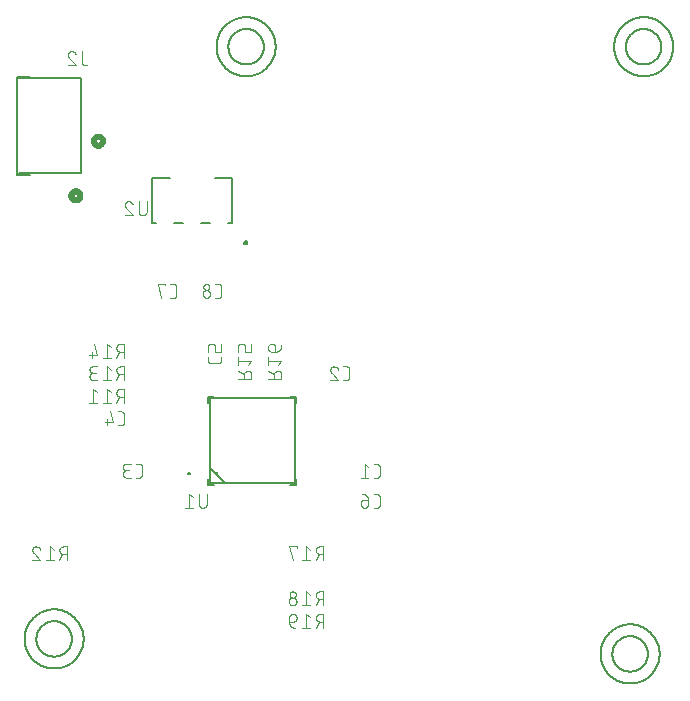
<source format=gbr>
G04 EAGLE Gerber RS-274X export*
G75*
%MOMM*%
%FSLAX34Y34*%
%LPD*%
%INSilkscreen Bottom*%
%IPPOS*%
%AMOC8*
5,1,8,0,0,1.08239X$1,22.5*%
G01*
%ADD10C,0.101600*%
%ADD11C,0.152400*%
%ADD12C,0.508000*%
%ADD13C,0.076200*%
%ADD14C,0.000000*%
%ADD15C,0.203200*%


D10*
X318704Y260858D02*
X321301Y260858D01*
X321400Y260860D01*
X321500Y260866D01*
X321599Y260875D01*
X321697Y260888D01*
X321795Y260905D01*
X321893Y260926D01*
X321989Y260951D01*
X322084Y260979D01*
X322178Y261011D01*
X322271Y261046D01*
X322363Y261085D01*
X322453Y261128D01*
X322541Y261173D01*
X322628Y261223D01*
X322712Y261275D01*
X322795Y261331D01*
X322875Y261389D01*
X322953Y261451D01*
X323028Y261516D01*
X323101Y261584D01*
X323171Y261654D01*
X323239Y261727D01*
X323304Y261802D01*
X323366Y261880D01*
X323424Y261960D01*
X323480Y262043D01*
X323532Y262127D01*
X323582Y262214D01*
X323627Y262302D01*
X323670Y262392D01*
X323709Y262484D01*
X323744Y262577D01*
X323776Y262671D01*
X323804Y262766D01*
X323829Y262862D01*
X323850Y262960D01*
X323867Y263058D01*
X323880Y263156D01*
X323889Y263255D01*
X323895Y263355D01*
X323897Y263454D01*
X323897Y269946D01*
X323895Y270045D01*
X323889Y270145D01*
X323880Y270244D01*
X323867Y270342D01*
X323850Y270440D01*
X323829Y270538D01*
X323804Y270634D01*
X323776Y270729D01*
X323744Y270823D01*
X323709Y270916D01*
X323670Y271008D01*
X323627Y271098D01*
X323582Y271186D01*
X323532Y271273D01*
X323480Y271357D01*
X323424Y271440D01*
X323366Y271520D01*
X323304Y271598D01*
X323239Y271673D01*
X323171Y271746D01*
X323101Y271816D01*
X323028Y271884D01*
X322953Y271949D01*
X322875Y272011D01*
X322795Y272069D01*
X322712Y272125D01*
X322628Y272177D01*
X322541Y272227D01*
X322453Y272272D01*
X322363Y272315D01*
X322271Y272354D01*
X322178Y272389D01*
X322084Y272421D01*
X321989Y272449D01*
X321893Y272474D01*
X321795Y272495D01*
X321697Y272512D01*
X321599Y272525D01*
X321500Y272534D01*
X321400Y272540D01*
X321301Y272542D01*
X318704Y272542D01*
X314339Y269946D02*
X311094Y272542D01*
X311094Y260858D01*
X314339Y260858D02*
X307848Y260858D01*
X295647Y343408D02*
X293050Y343408D01*
X295647Y343408D02*
X295746Y343410D01*
X295846Y343416D01*
X295945Y343425D01*
X296043Y343438D01*
X296141Y343455D01*
X296239Y343476D01*
X296335Y343501D01*
X296430Y343529D01*
X296524Y343561D01*
X296617Y343596D01*
X296709Y343635D01*
X296799Y343678D01*
X296887Y343723D01*
X296974Y343773D01*
X297058Y343825D01*
X297141Y343881D01*
X297221Y343939D01*
X297299Y344001D01*
X297374Y344066D01*
X297447Y344134D01*
X297517Y344204D01*
X297585Y344277D01*
X297650Y344352D01*
X297712Y344430D01*
X297770Y344510D01*
X297826Y344593D01*
X297878Y344677D01*
X297928Y344764D01*
X297973Y344852D01*
X298016Y344942D01*
X298055Y345034D01*
X298090Y345127D01*
X298122Y345221D01*
X298150Y345316D01*
X298175Y345412D01*
X298196Y345510D01*
X298213Y345608D01*
X298226Y345706D01*
X298235Y345805D01*
X298241Y345905D01*
X298243Y346004D01*
X298243Y352496D01*
X298241Y352595D01*
X298235Y352695D01*
X298226Y352794D01*
X298213Y352892D01*
X298196Y352990D01*
X298175Y353088D01*
X298150Y353184D01*
X298122Y353279D01*
X298090Y353373D01*
X298055Y353466D01*
X298016Y353558D01*
X297973Y353648D01*
X297928Y353736D01*
X297878Y353823D01*
X297826Y353907D01*
X297770Y353990D01*
X297712Y354070D01*
X297650Y354148D01*
X297585Y354223D01*
X297517Y354296D01*
X297447Y354366D01*
X297374Y354434D01*
X297299Y354499D01*
X297221Y354561D01*
X297141Y354619D01*
X297058Y354675D01*
X296974Y354727D01*
X296887Y354777D01*
X296799Y354822D01*
X296709Y354865D01*
X296617Y354904D01*
X296524Y354939D01*
X296430Y354971D01*
X296335Y354999D01*
X296239Y355024D01*
X296141Y355045D01*
X296043Y355062D01*
X295945Y355075D01*
X295846Y355084D01*
X295746Y355090D01*
X295647Y355092D01*
X293050Y355092D01*
X285115Y355092D02*
X285008Y355090D01*
X284902Y355084D01*
X284796Y355074D01*
X284690Y355061D01*
X284584Y355043D01*
X284480Y355022D01*
X284376Y354997D01*
X284273Y354968D01*
X284172Y354936D01*
X284072Y354899D01*
X283973Y354859D01*
X283875Y354816D01*
X283779Y354769D01*
X283685Y354718D01*
X283593Y354664D01*
X283503Y354607D01*
X283415Y354547D01*
X283330Y354483D01*
X283247Y354416D01*
X283166Y354346D01*
X283088Y354274D01*
X283012Y354198D01*
X282940Y354120D01*
X282870Y354039D01*
X282803Y353956D01*
X282739Y353871D01*
X282679Y353783D01*
X282622Y353693D01*
X282568Y353601D01*
X282517Y353507D01*
X282470Y353411D01*
X282427Y353313D01*
X282387Y353214D01*
X282350Y353114D01*
X282318Y353013D01*
X282289Y352910D01*
X282264Y352806D01*
X282243Y352702D01*
X282225Y352596D01*
X282212Y352490D01*
X282202Y352384D01*
X282196Y352278D01*
X282194Y352171D01*
X285115Y355092D02*
X285236Y355090D01*
X285357Y355084D01*
X285477Y355074D01*
X285598Y355061D01*
X285717Y355043D01*
X285837Y355022D01*
X285955Y354997D01*
X286072Y354968D01*
X286189Y354935D01*
X286304Y354899D01*
X286418Y354858D01*
X286531Y354815D01*
X286643Y354767D01*
X286752Y354716D01*
X286860Y354661D01*
X286967Y354603D01*
X287071Y354542D01*
X287173Y354477D01*
X287273Y354409D01*
X287371Y354338D01*
X287467Y354264D01*
X287560Y354187D01*
X287650Y354106D01*
X287738Y354023D01*
X287823Y353937D01*
X287906Y353848D01*
X287985Y353757D01*
X288062Y353663D01*
X288135Y353567D01*
X288205Y353469D01*
X288272Y353368D01*
X288336Y353265D01*
X288397Y353160D01*
X288454Y353053D01*
X288507Y352945D01*
X288557Y352835D01*
X288603Y352723D01*
X288646Y352610D01*
X288685Y352495D01*
X283168Y349899D02*
X283089Y349977D01*
X283013Y350057D01*
X282940Y350140D01*
X282870Y350226D01*
X282803Y350313D01*
X282739Y350404D01*
X282679Y350496D01*
X282621Y350590D01*
X282567Y350687D01*
X282517Y350785D01*
X282470Y350885D01*
X282426Y350986D01*
X282386Y351089D01*
X282350Y351194D01*
X282318Y351299D01*
X282289Y351406D01*
X282264Y351513D01*
X282242Y351622D01*
X282225Y351731D01*
X282211Y351840D01*
X282202Y351950D01*
X282196Y352061D01*
X282194Y352171D01*
X283168Y349899D02*
X288685Y343408D01*
X282194Y343408D01*
X120086Y260858D02*
X117489Y260858D01*
X120086Y260858D02*
X120185Y260860D01*
X120285Y260866D01*
X120384Y260875D01*
X120482Y260888D01*
X120580Y260905D01*
X120678Y260926D01*
X120774Y260951D01*
X120869Y260979D01*
X120963Y261011D01*
X121056Y261046D01*
X121148Y261085D01*
X121238Y261128D01*
X121326Y261173D01*
X121413Y261223D01*
X121497Y261275D01*
X121580Y261331D01*
X121660Y261389D01*
X121738Y261451D01*
X121813Y261516D01*
X121886Y261584D01*
X121956Y261654D01*
X122024Y261727D01*
X122089Y261802D01*
X122151Y261880D01*
X122209Y261960D01*
X122265Y262043D01*
X122317Y262127D01*
X122367Y262214D01*
X122412Y262302D01*
X122455Y262392D01*
X122494Y262484D01*
X122529Y262577D01*
X122561Y262671D01*
X122589Y262766D01*
X122614Y262862D01*
X122635Y262960D01*
X122652Y263058D01*
X122665Y263156D01*
X122674Y263255D01*
X122680Y263355D01*
X122682Y263454D01*
X122682Y269946D01*
X122680Y270045D01*
X122674Y270145D01*
X122665Y270244D01*
X122652Y270342D01*
X122635Y270440D01*
X122614Y270538D01*
X122589Y270634D01*
X122561Y270729D01*
X122529Y270823D01*
X122494Y270916D01*
X122455Y271008D01*
X122412Y271098D01*
X122367Y271186D01*
X122317Y271273D01*
X122265Y271357D01*
X122209Y271440D01*
X122151Y271520D01*
X122089Y271598D01*
X122024Y271673D01*
X121956Y271746D01*
X121886Y271816D01*
X121813Y271884D01*
X121738Y271949D01*
X121660Y272011D01*
X121580Y272069D01*
X121497Y272125D01*
X121413Y272177D01*
X121326Y272227D01*
X121238Y272272D01*
X121148Y272315D01*
X121056Y272354D01*
X120963Y272389D01*
X120869Y272421D01*
X120774Y272449D01*
X120678Y272474D01*
X120580Y272495D01*
X120482Y272512D01*
X120384Y272525D01*
X120285Y272534D01*
X120185Y272540D01*
X120086Y272542D01*
X117489Y272542D01*
X113124Y260858D02*
X109878Y260858D01*
X109765Y260860D01*
X109652Y260866D01*
X109539Y260876D01*
X109426Y260890D01*
X109314Y260907D01*
X109203Y260929D01*
X109093Y260954D01*
X108983Y260984D01*
X108875Y261017D01*
X108768Y261054D01*
X108662Y261094D01*
X108558Y261139D01*
X108455Y261187D01*
X108354Y261238D01*
X108255Y261293D01*
X108158Y261351D01*
X108063Y261413D01*
X107970Y261478D01*
X107880Y261546D01*
X107792Y261617D01*
X107706Y261692D01*
X107623Y261769D01*
X107543Y261849D01*
X107466Y261932D01*
X107391Y262018D01*
X107320Y262106D01*
X107252Y262196D01*
X107187Y262289D01*
X107125Y262384D01*
X107067Y262481D01*
X107012Y262580D01*
X106961Y262681D01*
X106913Y262784D01*
X106868Y262888D01*
X106828Y262994D01*
X106791Y263101D01*
X106758Y263209D01*
X106728Y263319D01*
X106703Y263429D01*
X106681Y263540D01*
X106664Y263652D01*
X106650Y263765D01*
X106640Y263878D01*
X106634Y263991D01*
X106632Y264104D01*
X106634Y264217D01*
X106640Y264330D01*
X106650Y264443D01*
X106664Y264556D01*
X106681Y264668D01*
X106703Y264779D01*
X106728Y264889D01*
X106758Y264999D01*
X106791Y265107D01*
X106828Y265214D01*
X106868Y265320D01*
X106913Y265424D01*
X106961Y265527D01*
X107012Y265628D01*
X107067Y265727D01*
X107125Y265824D01*
X107187Y265919D01*
X107252Y266012D01*
X107320Y266102D01*
X107391Y266190D01*
X107466Y266276D01*
X107543Y266359D01*
X107623Y266439D01*
X107706Y266516D01*
X107792Y266591D01*
X107880Y266662D01*
X107970Y266730D01*
X108063Y266795D01*
X108158Y266857D01*
X108255Y266915D01*
X108354Y266970D01*
X108455Y267021D01*
X108558Y267069D01*
X108662Y267114D01*
X108768Y267154D01*
X108875Y267191D01*
X108983Y267224D01*
X109093Y267254D01*
X109203Y267279D01*
X109314Y267301D01*
X109426Y267318D01*
X109539Y267332D01*
X109652Y267342D01*
X109765Y267348D01*
X109878Y267350D01*
X109229Y272542D02*
X113124Y272542D01*
X109229Y272542D02*
X109128Y272540D01*
X109028Y272534D01*
X108928Y272524D01*
X108828Y272511D01*
X108729Y272493D01*
X108630Y272472D01*
X108533Y272447D01*
X108436Y272418D01*
X108341Y272385D01*
X108247Y272349D01*
X108155Y272309D01*
X108064Y272266D01*
X107975Y272219D01*
X107888Y272169D01*
X107802Y272115D01*
X107719Y272058D01*
X107639Y271998D01*
X107560Y271935D01*
X107484Y271868D01*
X107411Y271799D01*
X107341Y271727D01*
X107273Y271653D01*
X107208Y271576D01*
X107147Y271496D01*
X107088Y271414D01*
X107033Y271330D01*
X106981Y271244D01*
X106932Y271156D01*
X106887Y271066D01*
X106845Y270974D01*
X106807Y270881D01*
X106773Y270786D01*
X106742Y270691D01*
X106715Y270594D01*
X106692Y270496D01*
X106672Y270397D01*
X106657Y270297D01*
X106645Y270197D01*
X106637Y270097D01*
X106633Y269996D01*
X106633Y269896D01*
X106637Y269795D01*
X106645Y269695D01*
X106657Y269595D01*
X106672Y269495D01*
X106692Y269396D01*
X106715Y269298D01*
X106742Y269201D01*
X106773Y269106D01*
X106807Y269011D01*
X106845Y268918D01*
X106887Y268826D01*
X106932Y268736D01*
X106981Y268648D01*
X107033Y268562D01*
X107088Y268478D01*
X107147Y268396D01*
X107208Y268316D01*
X107273Y268239D01*
X107341Y268165D01*
X107411Y268093D01*
X107484Y268024D01*
X107560Y267957D01*
X107639Y267894D01*
X107719Y267834D01*
X107802Y267777D01*
X107888Y267723D01*
X107975Y267673D01*
X108064Y267626D01*
X108155Y267583D01*
X108247Y267543D01*
X108341Y267507D01*
X108436Y267474D01*
X108533Y267445D01*
X108630Y267420D01*
X108729Y267399D01*
X108828Y267381D01*
X108928Y267368D01*
X109028Y267358D01*
X109128Y267352D01*
X109229Y267350D01*
X109229Y267349D02*
X111826Y267349D01*
X104846Y305308D02*
X102249Y305308D01*
X104846Y305308D02*
X104945Y305310D01*
X105045Y305316D01*
X105144Y305325D01*
X105242Y305338D01*
X105340Y305355D01*
X105438Y305376D01*
X105534Y305401D01*
X105629Y305429D01*
X105723Y305461D01*
X105816Y305496D01*
X105908Y305535D01*
X105998Y305578D01*
X106086Y305623D01*
X106173Y305673D01*
X106257Y305725D01*
X106340Y305781D01*
X106420Y305839D01*
X106498Y305901D01*
X106573Y305966D01*
X106646Y306034D01*
X106716Y306104D01*
X106784Y306177D01*
X106849Y306252D01*
X106911Y306330D01*
X106969Y306410D01*
X107025Y306493D01*
X107077Y306577D01*
X107127Y306664D01*
X107172Y306752D01*
X107215Y306842D01*
X107254Y306934D01*
X107289Y307027D01*
X107321Y307121D01*
X107349Y307216D01*
X107374Y307312D01*
X107395Y307410D01*
X107412Y307508D01*
X107425Y307606D01*
X107434Y307705D01*
X107440Y307805D01*
X107442Y307904D01*
X107442Y314396D01*
X107440Y314495D01*
X107434Y314595D01*
X107425Y314694D01*
X107412Y314792D01*
X107395Y314890D01*
X107374Y314988D01*
X107349Y315084D01*
X107321Y315179D01*
X107289Y315273D01*
X107254Y315366D01*
X107215Y315458D01*
X107172Y315548D01*
X107127Y315636D01*
X107077Y315723D01*
X107025Y315807D01*
X106969Y315890D01*
X106911Y315970D01*
X106849Y316048D01*
X106784Y316123D01*
X106716Y316196D01*
X106646Y316266D01*
X106573Y316334D01*
X106498Y316399D01*
X106420Y316461D01*
X106340Y316519D01*
X106257Y316575D01*
X106173Y316627D01*
X106086Y316677D01*
X105998Y316722D01*
X105908Y316765D01*
X105816Y316804D01*
X105723Y316839D01*
X105629Y316871D01*
X105534Y316899D01*
X105438Y316924D01*
X105340Y316945D01*
X105242Y316962D01*
X105144Y316975D01*
X105045Y316984D01*
X104945Y316990D01*
X104846Y316992D01*
X102249Y316992D01*
X95287Y316992D02*
X97884Y307904D01*
X91393Y307904D01*
X93340Y310501D02*
X93340Y305308D01*
X178308Y360689D02*
X178308Y363286D01*
X178308Y360689D02*
X178310Y360590D01*
X178316Y360490D01*
X178325Y360391D01*
X178338Y360293D01*
X178355Y360195D01*
X178376Y360097D01*
X178401Y360001D01*
X178429Y359906D01*
X178461Y359812D01*
X178496Y359719D01*
X178535Y359627D01*
X178578Y359537D01*
X178623Y359449D01*
X178673Y359362D01*
X178725Y359278D01*
X178781Y359195D01*
X178839Y359115D01*
X178901Y359037D01*
X178966Y358962D01*
X179034Y358889D01*
X179104Y358819D01*
X179177Y358751D01*
X179252Y358686D01*
X179330Y358624D01*
X179410Y358566D01*
X179493Y358510D01*
X179577Y358458D01*
X179664Y358408D01*
X179752Y358363D01*
X179842Y358320D01*
X179934Y358281D01*
X180027Y358246D01*
X180121Y358214D01*
X180216Y358186D01*
X180312Y358161D01*
X180410Y358140D01*
X180508Y358123D01*
X180606Y358110D01*
X180705Y358101D01*
X180805Y358095D01*
X180904Y358093D01*
X187396Y358093D01*
X187495Y358095D01*
X187595Y358101D01*
X187694Y358110D01*
X187792Y358123D01*
X187890Y358140D01*
X187988Y358161D01*
X188084Y358186D01*
X188179Y358214D01*
X188273Y358246D01*
X188366Y358281D01*
X188458Y358320D01*
X188548Y358363D01*
X188636Y358408D01*
X188723Y358458D01*
X188807Y358510D01*
X188890Y358566D01*
X188970Y358624D01*
X189048Y358686D01*
X189123Y358751D01*
X189196Y358819D01*
X189266Y358889D01*
X189334Y358962D01*
X189399Y359037D01*
X189461Y359115D01*
X189519Y359195D01*
X189575Y359278D01*
X189627Y359362D01*
X189677Y359449D01*
X189722Y359537D01*
X189765Y359627D01*
X189804Y359719D01*
X189839Y359811D01*
X189871Y359906D01*
X189899Y360001D01*
X189924Y360097D01*
X189945Y360195D01*
X189962Y360293D01*
X189975Y360391D01*
X189984Y360490D01*
X189990Y360590D01*
X189992Y360689D01*
X189992Y363286D01*
X178308Y367651D02*
X178308Y371546D01*
X178310Y371645D01*
X178316Y371745D01*
X178325Y371844D01*
X178338Y371942D01*
X178355Y372040D01*
X178376Y372138D01*
X178401Y372234D01*
X178429Y372329D01*
X178461Y372423D01*
X178496Y372516D01*
X178535Y372608D01*
X178578Y372698D01*
X178623Y372786D01*
X178673Y372873D01*
X178725Y372957D01*
X178781Y373040D01*
X178839Y373120D01*
X178901Y373198D01*
X178966Y373273D01*
X179034Y373346D01*
X179104Y373416D01*
X179177Y373484D01*
X179252Y373549D01*
X179330Y373611D01*
X179410Y373669D01*
X179493Y373725D01*
X179577Y373777D01*
X179664Y373827D01*
X179752Y373872D01*
X179842Y373915D01*
X179934Y373954D01*
X180027Y373989D01*
X180121Y374021D01*
X180216Y374049D01*
X180312Y374074D01*
X180410Y374095D01*
X180508Y374112D01*
X180606Y374125D01*
X180705Y374134D01*
X180805Y374140D01*
X180904Y374142D01*
X182203Y374142D01*
X182302Y374140D01*
X182402Y374134D01*
X182501Y374125D01*
X182599Y374112D01*
X182697Y374095D01*
X182795Y374074D01*
X182891Y374049D01*
X182986Y374021D01*
X183080Y373989D01*
X183173Y373954D01*
X183265Y373915D01*
X183355Y373872D01*
X183443Y373827D01*
X183530Y373777D01*
X183614Y373725D01*
X183697Y373669D01*
X183777Y373611D01*
X183855Y373549D01*
X183930Y373484D01*
X184003Y373416D01*
X184073Y373346D01*
X184141Y373273D01*
X184206Y373198D01*
X184268Y373120D01*
X184326Y373040D01*
X184382Y372957D01*
X184434Y372873D01*
X184484Y372786D01*
X184529Y372698D01*
X184572Y372608D01*
X184611Y372516D01*
X184646Y372423D01*
X184678Y372329D01*
X184706Y372234D01*
X184731Y372138D01*
X184752Y372040D01*
X184769Y371942D01*
X184782Y371844D01*
X184791Y371745D01*
X184797Y371645D01*
X184799Y371546D01*
X184799Y367651D01*
X189992Y367651D01*
X189992Y374142D01*
X318704Y235458D02*
X321301Y235458D01*
X321400Y235460D01*
X321500Y235466D01*
X321599Y235475D01*
X321697Y235488D01*
X321795Y235505D01*
X321893Y235526D01*
X321989Y235551D01*
X322084Y235579D01*
X322178Y235611D01*
X322271Y235646D01*
X322363Y235685D01*
X322453Y235728D01*
X322541Y235773D01*
X322628Y235823D01*
X322712Y235875D01*
X322795Y235931D01*
X322875Y235989D01*
X322953Y236051D01*
X323028Y236116D01*
X323101Y236184D01*
X323171Y236254D01*
X323239Y236327D01*
X323304Y236402D01*
X323366Y236480D01*
X323424Y236560D01*
X323480Y236643D01*
X323532Y236727D01*
X323582Y236814D01*
X323627Y236902D01*
X323670Y236992D01*
X323709Y237084D01*
X323744Y237177D01*
X323776Y237271D01*
X323804Y237366D01*
X323829Y237462D01*
X323850Y237560D01*
X323867Y237658D01*
X323880Y237756D01*
X323889Y237855D01*
X323895Y237955D01*
X323897Y238054D01*
X323897Y244546D01*
X323895Y244645D01*
X323889Y244745D01*
X323880Y244844D01*
X323867Y244942D01*
X323850Y245040D01*
X323829Y245138D01*
X323804Y245234D01*
X323776Y245329D01*
X323744Y245423D01*
X323709Y245516D01*
X323670Y245608D01*
X323627Y245698D01*
X323582Y245786D01*
X323532Y245873D01*
X323480Y245957D01*
X323424Y246040D01*
X323366Y246120D01*
X323304Y246198D01*
X323239Y246273D01*
X323171Y246346D01*
X323101Y246416D01*
X323028Y246484D01*
X322953Y246549D01*
X322875Y246611D01*
X322795Y246669D01*
X322712Y246725D01*
X322628Y246777D01*
X322541Y246827D01*
X322453Y246872D01*
X322363Y246915D01*
X322271Y246954D01*
X322178Y246989D01*
X322084Y247021D01*
X321989Y247049D01*
X321893Y247074D01*
X321795Y247095D01*
X321697Y247112D01*
X321599Y247125D01*
X321500Y247134D01*
X321400Y247140D01*
X321301Y247142D01*
X318704Y247142D01*
X314339Y241949D02*
X310444Y241949D01*
X310345Y241947D01*
X310245Y241941D01*
X310146Y241932D01*
X310048Y241919D01*
X309950Y241902D01*
X309852Y241881D01*
X309756Y241856D01*
X309661Y241828D01*
X309567Y241796D01*
X309474Y241761D01*
X309382Y241722D01*
X309292Y241679D01*
X309204Y241634D01*
X309117Y241584D01*
X309033Y241532D01*
X308950Y241476D01*
X308870Y241418D01*
X308792Y241356D01*
X308717Y241291D01*
X308644Y241223D01*
X308574Y241153D01*
X308506Y241080D01*
X308441Y241005D01*
X308379Y240927D01*
X308321Y240847D01*
X308265Y240764D01*
X308213Y240680D01*
X308163Y240593D01*
X308118Y240505D01*
X308075Y240415D01*
X308036Y240323D01*
X308001Y240230D01*
X307969Y240136D01*
X307941Y240041D01*
X307916Y239945D01*
X307895Y239847D01*
X307878Y239749D01*
X307865Y239651D01*
X307856Y239552D01*
X307850Y239452D01*
X307848Y239353D01*
X307848Y238704D01*
X307850Y238591D01*
X307856Y238478D01*
X307866Y238365D01*
X307880Y238252D01*
X307897Y238140D01*
X307919Y238029D01*
X307944Y237919D01*
X307974Y237809D01*
X308007Y237701D01*
X308044Y237594D01*
X308084Y237488D01*
X308129Y237384D01*
X308177Y237281D01*
X308228Y237180D01*
X308283Y237081D01*
X308341Y236984D01*
X308403Y236889D01*
X308468Y236796D01*
X308536Y236706D01*
X308607Y236618D01*
X308682Y236532D01*
X308759Y236449D01*
X308839Y236369D01*
X308922Y236292D01*
X309008Y236217D01*
X309096Y236146D01*
X309186Y236078D01*
X309279Y236013D01*
X309374Y235951D01*
X309471Y235893D01*
X309570Y235838D01*
X309671Y235787D01*
X309774Y235739D01*
X309878Y235694D01*
X309984Y235654D01*
X310091Y235617D01*
X310199Y235584D01*
X310309Y235554D01*
X310419Y235529D01*
X310530Y235507D01*
X310642Y235490D01*
X310755Y235476D01*
X310868Y235466D01*
X310981Y235460D01*
X311094Y235458D01*
X311207Y235460D01*
X311320Y235466D01*
X311433Y235476D01*
X311546Y235490D01*
X311658Y235507D01*
X311769Y235529D01*
X311879Y235554D01*
X311989Y235584D01*
X312097Y235617D01*
X312204Y235654D01*
X312310Y235694D01*
X312414Y235739D01*
X312517Y235787D01*
X312618Y235838D01*
X312717Y235893D01*
X312814Y235951D01*
X312909Y236013D01*
X313002Y236078D01*
X313092Y236146D01*
X313180Y236217D01*
X313266Y236292D01*
X313349Y236369D01*
X313429Y236449D01*
X313506Y236532D01*
X313581Y236618D01*
X313652Y236706D01*
X313720Y236796D01*
X313785Y236889D01*
X313847Y236984D01*
X313905Y237081D01*
X313960Y237180D01*
X314011Y237281D01*
X314059Y237384D01*
X314104Y237488D01*
X314144Y237594D01*
X314181Y237701D01*
X314214Y237809D01*
X314244Y237919D01*
X314269Y238029D01*
X314291Y238140D01*
X314308Y238252D01*
X314322Y238365D01*
X314332Y238478D01*
X314338Y238591D01*
X314340Y238704D01*
X314339Y238704D02*
X314339Y241949D01*
X314337Y242092D01*
X314331Y242235D01*
X314321Y242378D01*
X314307Y242520D01*
X314290Y242662D01*
X314268Y242804D01*
X314243Y242945D01*
X314213Y243085D01*
X314180Y243224D01*
X314143Y243362D01*
X314102Y243499D01*
X314058Y243635D01*
X314009Y243770D01*
X313957Y243903D01*
X313902Y244035D01*
X313842Y244165D01*
X313779Y244294D01*
X313713Y244421D01*
X313643Y244546D01*
X313570Y244668D01*
X313493Y244789D01*
X313413Y244908D01*
X313330Y245024D01*
X313244Y245139D01*
X313155Y245250D01*
X313062Y245360D01*
X312967Y245466D01*
X312868Y245570D01*
X312767Y245671D01*
X312663Y245770D01*
X312557Y245865D01*
X312447Y245958D01*
X312336Y246047D01*
X312221Y246133D01*
X312105Y246216D01*
X311986Y246296D01*
X311865Y246373D01*
X311743Y246446D01*
X311618Y246516D01*
X311491Y246582D01*
X311362Y246645D01*
X311232Y246705D01*
X311100Y246760D01*
X310967Y246812D01*
X310832Y246861D01*
X310696Y246905D01*
X310559Y246946D01*
X310421Y246983D01*
X310282Y247016D01*
X310142Y247046D01*
X310001Y247071D01*
X309859Y247093D01*
X309717Y247110D01*
X309575Y247124D01*
X309432Y247134D01*
X309289Y247140D01*
X309146Y247142D01*
X149296Y413258D02*
X146699Y413258D01*
X149296Y413258D02*
X149395Y413260D01*
X149495Y413266D01*
X149594Y413275D01*
X149692Y413288D01*
X149790Y413305D01*
X149888Y413326D01*
X149984Y413351D01*
X150079Y413379D01*
X150173Y413411D01*
X150266Y413446D01*
X150358Y413485D01*
X150448Y413528D01*
X150536Y413573D01*
X150623Y413623D01*
X150707Y413675D01*
X150790Y413731D01*
X150870Y413789D01*
X150948Y413851D01*
X151023Y413916D01*
X151096Y413984D01*
X151166Y414054D01*
X151234Y414127D01*
X151299Y414202D01*
X151361Y414280D01*
X151419Y414360D01*
X151475Y414443D01*
X151527Y414527D01*
X151577Y414614D01*
X151622Y414702D01*
X151665Y414792D01*
X151704Y414884D01*
X151739Y414977D01*
X151771Y415071D01*
X151799Y415166D01*
X151824Y415262D01*
X151845Y415360D01*
X151862Y415458D01*
X151875Y415556D01*
X151884Y415655D01*
X151890Y415755D01*
X151892Y415854D01*
X151892Y422346D01*
X151890Y422445D01*
X151884Y422545D01*
X151875Y422644D01*
X151862Y422742D01*
X151845Y422840D01*
X151824Y422938D01*
X151799Y423034D01*
X151771Y423129D01*
X151739Y423223D01*
X151704Y423316D01*
X151665Y423408D01*
X151622Y423498D01*
X151577Y423586D01*
X151527Y423673D01*
X151475Y423757D01*
X151419Y423840D01*
X151361Y423920D01*
X151299Y423998D01*
X151234Y424073D01*
X151166Y424146D01*
X151096Y424216D01*
X151023Y424284D01*
X150948Y424349D01*
X150870Y424411D01*
X150790Y424469D01*
X150707Y424525D01*
X150623Y424577D01*
X150536Y424627D01*
X150448Y424672D01*
X150358Y424715D01*
X150266Y424754D01*
X150173Y424789D01*
X150079Y424821D01*
X149984Y424849D01*
X149888Y424874D01*
X149790Y424895D01*
X149692Y424912D01*
X149594Y424925D01*
X149495Y424934D01*
X149395Y424940D01*
X149296Y424942D01*
X146699Y424942D01*
X142334Y424942D02*
X142334Y423644D01*
X142334Y424942D02*
X135843Y424942D01*
X139088Y413258D01*
X184799Y413258D02*
X187396Y413258D01*
X187495Y413260D01*
X187595Y413266D01*
X187694Y413275D01*
X187792Y413288D01*
X187890Y413305D01*
X187988Y413326D01*
X188084Y413351D01*
X188179Y413379D01*
X188273Y413411D01*
X188366Y413446D01*
X188458Y413485D01*
X188548Y413528D01*
X188636Y413573D01*
X188723Y413623D01*
X188807Y413675D01*
X188890Y413731D01*
X188970Y413789D01*
X189048Y413851D01*
X189123Y413916D01*
X189196Y413984D01*
X189266Y414054D01*
X189334Y414127D01*
X189399Y414202D01*
X189461Y414280D01*
X189519Y414360D01*
X189575Y414443D01*
X189627Y414527D01*
X189677Y414614D01*
X189722Y414702D01*
X189765Y414792D01*
X189804Y414884D01*
X189839Y414977D01*
X189871Y415071D01*
X189899Y415166D01*
X189924Y415262D01*
X189945Y415360D01*
X189962Y415458D01*
X189975Y415556D01*
X189984Y415655D01*
X189990Y415755D01*
X189992Y415854D01*
X189992Y422346D01*
X189990Y422445D01*
X189984Y422545D01*
X189975Y422644D01*
X189962Y422742D01*
X189945Y422840D01*
X189924Y422938D01*
X189899Y423034D01*
X189871Y423129D01*
X189839Y423223D01*
X189804Y423316D01*
X189765Y423408D01*
X189722Y423498D01*
X189677Y423586D01*
X189627Y423673D01*
X189575Y423757D01*
X189519Y423840D01*
X189461Y423920D01*
X189399Y423998D01*
X189334Y424073D01*
X189266Y424146D01*
X189196Y424216D01*
X189123Y424284D01*
X189048Y424349D01*
X188970Y424411D01*
X188890Y424469D01*
X188807Y424525D01*
X188723Y424577D01*
X188636Y424627D01*
X188548Y424672D01*
X188458Y424715D01*
X188366Y424754D01*
X188273Y424789D01*
X188179Y424821D01*
X188084Y424849D01*
X187988Y424874D01*
X187890Y424895D01*
X187792Y424912D01*
X187694Y424925D01*
X187595Y424934D01*
X187495Y424940D01*
X187396Y424942D01*
X184799Y424942D01*
X180434Y416504D02*
X180432Y416617D01*
X180426Y416730D01*
X180416Y416843D01*
X180402Y416956D01*
X180385Y417068D01*
X180363Y417179D01*
X180338Y417289D01*
X180308Y417399D01*
X180275Y417507D01*
X180238Y417614D01*
X180198Y417720D01*
X180153Y417824D01*
X180105Y417927D01*
X180054Y418028D01*
X179999Y418127D01*
X179941Y418224D01*
X179879Y418319D01*
X179814Y418412D01*
X179746Y418502D01*
X179675Y418590D01*
X179600Y418676D01*
X179523Y418759D01*
X179443Y418839D01*
X179360Y418916D01*
X179274Y418991D01*
X179186Y419062D01*
X179096Y419130D01*
X179003Y419195D01*
X178908Y419257D01*
X178811Y419315D01*
X178712Y419370D01*
X178611Y419421D01*
X178508Y419469D01*
X178404Y419514D01*
X178298Y419554D01*
X178191Y419591D01*
X178083Y419624D01*
X177973Y419654D01*
X177863Y419679D01*
X177752Y419701D01*
X177640Y419718D01*
X177527Y419732D01*
X177414Y419742D01*
X177301Y419748D01*
X177188Y419750D01*
X177075Y419748D01*
X176962Y419742D01*
X176849Y419732D01*
X176736Y419718D01*
X176624Y419701D01*
X176513Y419679D01*
X176403Y419654D01*
X176293Y419624D01*
X176185Y419591D01*
X176078Y419554D01*
X175972Y419514D01*
X175868Y419469D01*
X175765Y419421D01*
X175664Y419370D01*
X175565Y419315D01*
X175468Y419257D01*
X175373Y419195D01*
X175280Y419130D01*
X175190Y419062D01*
X175102Y418991D01*
X175016Y418916D01*
X174933Y418839D01*
X174853Y418759D01*
X174776Y418676D01*
X174701Y418590D01*
X174630Y418502D01*
X174562Y418412D01*
X174497Y418319D01*
X174435Y418224D01*
X174377Y418127D01*
X174322Y418028D01*
X174271Y417927D01*
X174223Y417824D01*
X174178Y417720D01*
X174138Y417614D01*
X174101Y417507D01*
X174068Y417399D01*
X174038Y417289D01*
X174013Y417179D01*
X173991Y417068D01*
X173974Y416956D01*
X173960Y416843D01*
X173950Y416730D01*
X173944Y416617D01*
X173942Y416504D01*
X173944Y416391D01*
X173950Y416278D01*
X173960Y416165D01*
X173974Y416052D01*
X173991Y415940D01*
X174013Y415829D01*
X174038Y415719D01*
X174068Y415609D01*
X174101Y415501D01*
X174138Y415394D01*
X174178Y415288D01*
X174223Y415184D01*
X174271Y415081D01*
X174322Y414980D01*
X174377Y414881D01*
X174435Y414784D01*
X174497Y414689D01*
X174562Y414596D01*
X174630Y414506D01*
X174701Y414418D01*
X174776Y414332D01*
X174853Y414249D01*
X174933Y414169D01*
X175016Y414092D01*
X175102Y414017D01*
X175190Y413946D01*
X175280Y413878D01*
X175373Y413813D01*
X175468Y413751D01*
X175565Y413693D01*
X175664Y413638D01*
X175765Y413587D01*
X175868Y413539D01*
X175972Y413494D01*
X176078Y413454D01*
X176185Y413417D01*
X176293Y413384D01*
X176403Y413354D01*
X176513Y413329D01*
X176624Y413307D01*
X176736Y413290D01*
X176849Y413276D01*
X176962Y413266D01*
X177075Y413260D01*
X177188Y413258D01*
X177301Y413260D01*
X177414Y413266D01*
X177527Y413276D01*
X177640Y413290D01*
X177752Y413307D01*
X177863Y413329D01*
X177973Y413354D01*
X178083Y413384D01*
X178191Y413417D01*
X178298Y413454D01*
X178404Y413494D01*
X178508Y413539D01*
X178611Y413587D01*
X178712Y413638D01*
X178811Y413693D01*
X178908Y413751D01*
X179003Y413813D01*
X179096Y413878D01*
X179186Y413946D01*
X179274Y414017D01*
X179360Y414092D01*
X179443Y414169D01*
X179523Y414249D01*
X179600Y414332D01*
X179675Y414418D01*
X179746Y414506D01*
X179814Y414596D01*
X179879Y414689D01*
X179941Y414784D01*
X179999Y414881D01*
X180054Y414980D01*
X180105Y415081D01*
X180153Y415184D01*
X180198Y415288D01*
X180238Y415394D01*
X180275Y415501D01*
X180308Y415609D01*
X180338Y415719D01*
X180363Y415829D01*
X180385Y415940D01*
X180402Y416052D01*
X180416Y416165D01*
X180426Y416278D01*
X180432Y416391D01*
X180434Y416504D01*
X179784Y422346D02*
X179782Y422447D01*
X179776Y422547D01*
X179766Y422647D01*
X179753Y422747D01*
X179735Y422846D01*
X179714Y422945D01*
X179689Y423042D01*
X179660Y423139D01*
X179627Y423234D01*
X179591Y423328D01*
X179551Y423420D01*
X179508Y423511D01*
X179461Y423600D01*
X179411Y423687D01*
X179357Y423773D01*
X179300Y423856D01*
X179240Y423936D01*
X179177Y424015D01*
X179110Y424091D01*
X179041Y424164D01*
X178969Y424234D01*
X178895Y424302D01*
X178818Y424367D01*
X178738Y424428D01*
X178656Y424487D01*
X178572Y424542D01*
X178486Y424594D01*
X178398Y424643D01*
X178308Y424688D01*
X178216Y424730D01*
X178123Y424768D01*
X178028Y424802D01*
X177933Y424833D01*
X177836Y424860D01*
X177738Y424883D01*
X177639Y424903D01*
X177539Y424918D01*
X177439Y424930D01*
X177339Y424938D01*
X177238Y424942D01*
X177138Y424942D01*
X177037Y424938D01*
X176937Y424930D01*
X176837Y424918D01*
X176737Y424903D01*
X176638Y424883D01*
X176540Y424860D01*
X176443Y424833D01*
X176348Y424802D01*
X176253Y424768D01*
X176160Y424730D01*
X176068Y424688D01*
X175978Y424643D01*
X175890Y424594D01*
X175804Y424542D01*
X175720Y424487D01*
X175638Y424428D01*
X175558Y424367D01*
X175481Y424302D01*
X175407Y424234D01*
X175335Y424164D01*
X175266Y424091D01*
X175199Y424015D01*
X175136Y423936D01*
X175076Y423856D01*
X175019Y423773D01*
X174965Y423687D01*
X174915Y423600D01*
X174868Y423511D01*
X174825Y423420D01*
X174785Y423328D01*
X174749Y423234D01*
X174716Y423139D01*
X174687Y423042D01*
X174662Y422945D01*
X174641Y422846D01*
X174623Y422747D01*
X174610Y422647D01*
X174600Y422547D01*
X174594Y422447D01*
X174592Y422346D01*
X174594Y422245D01*
X174600Y422145D01*
X174610Y422045D01*
X174623Y421945D01*
X174641Y421846D01*
X174662Y421747D01*
X174687Y421650D01*
X174716Y421553D01*
X174749Y421458D01*
X174785Y421364D01*
X174825Y421272D01*
X174868Y421181D01*
X174915Y421092D01*
X174965Y421005D01*
X175019Y420919D01*
X175076Y420836D01*
X175136Y420756D01*
X175199Y420677D01*
X175266Y420601D01*
X175335Y420528D01*
X175407Y420458D01*
X175481Y420390D01*
X175558Y420325D01*
X175638Y420264D01*
X175720Y420205D01*
X175804Y420150D01*
X175890Y420098D01*
X175978Y420049D01*
X176068Y420004D01*
X176160Y419962D01*
X176253Y419924D01*
X176348Y419890D01*
X176443Y419859D01*
X176540Y419832D01*
X176638Y419809D01*
X176737Y419789D01*
X176837Y419774D01*
X176937Y419762D01*
X177037Y419754D01*
X177138Y419750D01*
X177238Y419750D01*
X177339Y419754D01*
X177439Y419762D01*
X177539Y419774D01*
X177639Y419789D01*
X177738Y419809D01*
X177836Y419832D01*
X177933Y419859D01*
X178028Y419890D01*
X178123Y419924D01*
X178216Y419962D01*
X178308Y420004D01*
X178398Y420049D01*
X178486Y420098D01*
X178572Y420150D01*
X178656Y420205D01*
X178738Y420264D01*
X178818Y420325D01*
X178895Y420390D01*
X178969Y420458D01*
X179041Y420528D01*
X179110Y420601D01*
X179177Y420677D01*
X179240Y420756D01*
X179300Y420836D01*
X179357Y420919D01*
X179411Y421005D01*
X179461Y421092D01*
X179508Y421181D01*
X179551Y421272D01*
X179591Y421364D01*
X179627Y421458D01*
X179660Y421553D01*
X179689Y421650D01*
X179714Y421747D01*
X179735Y421846D01*
X179753Y421945D01*
X179766Y422045D01*
X179776Y422145D01*
X179782Y422245D01*
X179784Y422346D01*
D11*
X17145Y517271D02*
X17145Y600329D01*
X27649Y600329D01*
X27649Y517271D02*
X17145Y517271D01*
D12*
X66743Y503301D02*
X66621Y503299D01*
X66499Y503293D01*
X66377Y503283D01*
X66256Y503270D01*
X66135Y503252D01*
X66015Y503231D01*
X65895Y503205D01*
X65777Y503176D01*
X65659Y503144D01*
X65542Y503107D01*
X65427Y503067D01*
X65313Y503023D01*
X65201Y502975D01*
X65090Y502924D01*
X64981Y502869D01*
X64873Y502811D01*
X64768Y502749D01*
X64665Y502684D01*
X64563Y502616D01*
X64464Y502544D01*
X64368Y502470D01*
X64273Y502392D01*
X64182Y502311D01*
X64092Y502228D01*
X64006Y502142D01*
X63923Y502052D01*
X63842Y501961D01*
X63764Y501866D01*
X63690Y501770D01*
X63618Y501671D01*
X63550Y501569D01*
X63485Y501466D01*
X63423Y501361D01*
X63365Y501253D01*
X63310Y501144D01*
X63259Y501033D01*
X63211Y500921D01*
X63167Y500807D01*
X63127Y500692D01*
X63090Y500575D01*
X63058Y500457D01*
X63029Y500339D01*
X63003Y500219D01*
X62982Y500099D01*
X62964Y499978D01*
X62951Y499857D01*
X62941Y499735D01*
X62935Y499613D01*
X62933Y499491D01*
X62935Y499369D01*
X62941Y499247D01*
X62951Y499125D01*
X62964Y499004D01*
X62982Y498883D01*
X63003Y498763D01*
X63029Y498643D01*
X63058Y498525D01*
X63090Y498407D01*
X63127Y498290D01*
X63167Y498175D01*
X63211Y498061D01*
X63259Y497949D01*
X63310Y497838D01*
X63365Y497729D01*
X63423Y497621D01*
X63485Y497516D01*
X63550Y497413D01*
X63618Y497311D01*
X63690Y497212D01*
X63764Y497116D01*
X63842Y497021D01*
X63923Y496930D01*
X64006Y496840D01*
X64092Y496754D01*
X64182Y496671D01*
X64273Y496590D01*
X64368Y496512D01*
X64464Y496438D01*
X64563Y496366D01*
X64665Y496298D01*
X64768Y496233D01*
X64873Y496171D01*
X64981Y496113D01*
X65090Y496058D01*
X65201Y496007D01*
X65313Y495959D01*
X65427Y495915D01*
X65542Y495875D01*
X65659Y495838D01*
X65777Y495806D01*
X65895Y495777D01*
X66015Y495751D01*
X66135Y495730D01*
X66256Y495712D01*
X66377Y495699D01*
X66499Y495689D01*
X66621Y495683D01*
X66743Y495681D01*
X66865Y495683D01*
X66987Y495689D01*
X67109Y495699D01*
X67230Y495712D01*
X67351Y495730D01*
X67471Y495751D01*
X67591Y495777D01*
X67709Y495806D01*
X67827Y495838D01*
X67944Y495875D01*
X68059Y495915D01*
X68173Y495959D01*
X68285Y496007D01*
X68396Y496058D01*
X68505Y496113D01*
X68613Y496171D01*
X68718Y496233D01*
X68821Y496298D01*
X68923Y496366D01*
X69022Y496438D01*
X69118Y496512D01*
X69213Y496590D01*
X69304Y496671D01*
X69394Y496754D01*
X69480Y496840D01*
X69563Y496930D01*
X69644Y497021D01*
X69722Y497116D01*
X69796Y497212D01*
X69868Y497311D01*
X69936Y497413D01*
X70001Y497516D01*
X70063Y497621D01*
X70121Y497729D01*
X70176Y497838D01*
X70227Y497949D01*
X70275Y498061D01*
X70319Y498175D01*
X70359Y498290D01*
X70396Y498407D01*
X70428Y498525D01*
X70457Y498643D01*
X70483Y498763D01*
X70504Y498883D01*
X70522Y499004D01*
X70535Y499125D01*
X70545Y499247D01*
X70551Y499369D01*
X70553Y499491D01*
X70551Y499613D01*
X70545Y499735D01*
X70535Y499857D01*
X70522Y499978D01*
X70504Y500099D01*
X70483Y500219D01*
X70457Y500339D01*
X70428Y500457D01*
X70396Y500575D01*
X70359Y500692D01*
X70319Y500807D01*
X70275Y500921D01*
X70227Y501033D01*
X70176Y501144D01*
X70121Y501253D01*
X70063Y501361D01*
X70001Y501466D01*
X69936Y501569D01*
X69868Y501671D01*
X69796Y501770D01*
X69722Y501866D01*
X69644Y501961D01*
X69563Y502052D01*
X69480Y502142D01*
X69394Y502228D01*
X69304Y502311D01*
X69213Y502392D01*
X69118Y502470D01*
X69022Y502544D01*
X68923Y502616D01*
X68821Y502684D01*
X68718Y502749D01*
X68613Y502811D01*
X68505Y502869D01*
X68396Y502924D01*
X68285Y502975D01*
X68173Y503023D01*
X68059Y503067D01*
X67944Y503107D01*
X67827Y503144D01*
X67709Y503176D01*
X67591Y503205D01*
X67471Y503231D01*
X67351Y503252D01*
X67230Y503270D01*
X67109Y503283D01*
X66987Y503293D01*
X66865Y503299D01*
X66743Y503301D01*
D11*
X70993Y599059D02*
X18415Y599059D01*
X70993Y599059D02*
X70993Y518541D01*
X18415Y518541D01*
D12*
X85793Y541990D02*
X85671Y541992D01*
X85549Y541998D01*
X85427Y542008D01*
X85306Y542021D01*
X85185Y542039D01*
X85065Y542060D01*
X84945Y542086D01*
X84827Y542115D01*
X84709Y542147D01*
X84592Y542184D01*
X84477Y542224D01*
X84363Y542268D01*
X84251Y542316D01*
X84140Y542367D01*
X84031Y542422D01*
X83923Y542480D01*
X83818Y542542D01*
X83715Y542607D01*
X83613Y542675D01*
X83514Y542747D01*
X83418Y542821D01*
X83323Y542899D01*
X83232Y542980D01*
X83142Y543063D01*
X83056Y543149D01*
X82973Y543239D01*
X82892Y543330D01*
X82814Y543425D01*
X82740Y543521D01*
X82668Y543620D01*
X82600Y543722D01*
X82535Y543825D01*
X82473Y543930D01*
X82415Y544038D01*
X82360Y544147D01*
X82309Y544258D01*
X82261Y544370D01*
X82217Y544484D01*
X82177Y544599D01*
X82140Y544716D01*
X82108Y544834D01*
X82079Y544952D01*
X82053Y545072D01*
X82032Y545192D01*
X82014Y545313D01*
X82001Y545434D01*
X81991Y545556D01*
X81985Y545678D01*
X81983Y545800D01*
X81985Y545922D01*
X81991Y546044D01*
X82001Y546166D01*
X82014Y546287D01*
X82032Y546408D01*
X82053Y546528D01*
X82079Y546648D01*
X82108Y546766D01*
X82140Y546884D01*
X82177Y547001D01*
X82217Y547116D01*
X82261Y547230D01*
X82309Y547342D01*
X82360Y547453D01*
X82415Y547562D01*
X82473Y547670D01*
X82535Y547775D01*
X82600Y547878D01*
X82668Y547980D01*
X82740Y548079D01*
X82814Y548175D01*
X82892Y548270D01*
X82973Y548361D01*
X83056Y548451D01*
X83142Y548537D01*
X83232Y548620D01*
X83323Y548701D01*
X83418Y548779D01*
X83514Y548853D01*
X83613Y548925D01*
X83715Y548993D01*
X83818Y549058D01*
X83923Y549120D01*
X84031Y549178D01*
X84140Y549233D01*
X84251Y549284D01*
X84363Y549332D01*
X84477Y549376D01*
X84592Y549416D01*
X84709Y549453D01*
X84827Y549485D01*
X84945Y549514D01*
X85065Y549540D01*
X85185Y549561D01*
X85306Y549579D01*
X85427Y549592D01*
X85549Y549602D01*
X85671Y549608D01*
X85793Y549610D01*
X85915Y549608D01*
X86037Y549602D01*
X86159Y549592D01*
X86280Y549579D01*
X86401Y549561D01*
X86521Y549540D01*
X86641Y549514D01*
X86759Y549485D01*
X86877Y549453D01*
X86994Y549416D01*
X87109Y549376D01*
X87223Y549332D01*
X87335Y549284D01*
X87446Y549233D01*
X87555Y549178D01*
X87663Y549120D01*
X87768Y549058D01*
X87871Y548993D01*
X87973Y548925D01*
X88072Y548853D01*
X88168Y548779D01*
X88263Y548701D01*
X88354Y548620D01*
X88444Y548537D01*
X88530Y548451D01*
X88613Y548361D01*
X88694Y548270D01*
X88772Y548175D01*
X88846Y548079D01*
X88918Y547980D01*
X88986Y547878D01*
X89051Y547775D01*
X89113Y547670D01*
X89171Y547562D01*
X89226Y547453D01*
X89277Y547342D01*
X89325Y547230D01*
X89369Y547116D01*
X89409Y547001D01*
X89446Y546884D01*
X89478Y546766D01*
X89507Y546648D01*
X89533Y546528D01*
X89554Y546408D01*
X89572Y546287D01*
X89585Y546166D01*
X89595Y546044D01*
X89601Y545922D01*
X89603Y545800D01*
X89601Y545678D01*
X89595Y545556D01*
X89585Y545434D01*
X89572Y545313D01*
X89554Y545192D01*
X89533Y545072D01*
X89507Y544952D01*
X89478Y544834D01*
X89446Y544716D01*
X89409Y544599D01*
X89369Y544484D01*
X89325Y544370D01*
X89277Y544258D01*
X89226Y544147D01*
X89171Y544038D01*
X89113Y543930D01*
X89051Y543825D01*
X88986Y543722D01*
X88918Y543620D01*
X88846Y543521D01*
X88772Y543425D01*
X88694Y543330D01*
X88613Y543239D01*
X88530Y543149D01*
X88444Y543063D01*
X88354Y542980D01*
X88263Y542899D01*
X88168Y542821D01*
X88072Y542747D01*
X87973Y542675D01*
X87871Y542607D01*
X87768Y542542D01*
X87663Y542480D01*
X87555Y542422D01*
X87446Y542367D01*
X87335Y542316D01*
X87223Y542268D01*
X87109Y542224D01*
X86994Y542184D01*
X86877Y542147D01*
X86759Y542115D01*
X86641Y542086D01*
X86521Y542060D01*
X86401Y542039D01*
X86280Y542021D01*
X86159Y542008D01*
X86037Y541998D01*
X85915Y541992D01*
X85793Y541990D01*
X66743Y503301D02*
X66621Y503299D01*
X66499Y503293D01*
X66377Y503283D01*
X66256Y503270D01*
X66135Y503252D01*
X66015Y503231D01*
X65895Y503205D01*
X65777Y503176D01*
X65659Y503144D01*
X65542Y503107D01*
X65427Y503067D01*
X65313Y503023D01*
X65201Y502975D01*
X65090Y502924D01*
X64981Y502869D01*
X64873Y502811D01*
X64768Y502749D01*
X64665Y502684D01*
X64563Y502616D01*
X64464Y502544D01*
X64368Y502470D01*
X64273Y502392D01*
X64182Y502311D01*
X64092Y502228D01*
X64006Y502142D01*
X63923Y502052D01*
X63842Y501961D01*
X63764Y501866D01*
X63690Y501770D01*
X63618Y501671D01*
X63550Y501569D01*
X63485Y501466D01*
X63423Y501361D01*
X63365Y501253D01*
X63310Y501144D01*
X63259Y501033D01*
X63211Y500921D01*
X63167Y500807D01*
X63127Y500692D01*
X63090Y500575D01*
X63058Y500457D01*
X63029Y500339D01*
X63003Y500219D01*
X62982Y500099D01*
X62964Y499978D01*
X62951Y499857D01*
X62941Y499735D01*
X62935Y499613D01*
X62933Y499491D01*
X62935Y499369D01*
X62941Y499247D01*
X62951Y499125D01*
X62964Y499004D01*
X62982Y498883D01*
X63003Y498763D01*
X63029Y498643D01*
X63058Y498525D01*
X63090Y498407D01*
X63127Y498290D01*
X63167Y498175D01*
X63211Y498061D01*
X63259Y497949D01*
X63310Y497838D01*
X63365Y497729D01*
X63423Y497621D01*
X63485Y497516D01*
X63550Y497413D01*
X63618Y497311D01*
X63690Y497212D01*
X63764Y497116D01*
X63842Y497021D01*
X63923Y496930D01*
X64006Y496840D01*
X64092Y496754D01*
X64182Y496671D01*
X64273Y496590D01*
X64368Y496512D01*
X64464Y496438D01*
X64563Y496366D01*
X64665Y496298D01*
X64768Y496233D01*
X64873Y496171D01*
X64981Y496113D01*
X65090Y496058D01*
X65201Y496007D01*
X65313Y495959D01*
X65427Y495915D01*
X65542Y495875D01*
X65659Y495838D01*
X65777Y495806D01*
X65895Y495777D01*
X66015Y495751D01*
X66135Y495730D01*
X66256Y495712D01*
X66377Y495699D01*
X66499Y495689D01*
X66621Y495683D01*
X66743Y495681D01*
X66865Y495683D01*
X66987Y495689D01*
X67109Y495699D01*
X67230Y495712D01*
X67351Y495730D01*
X67471Y495751D01*
X67591Y495777D01*
X67709Y495806D01*
X67827Y495838D01*
X67944Y495875D01*
X68059Y495915D01*
X68173Y495959D01*
X68285Y496007D01*
X68396Y496058D01*
X68505Y496113D01*
X68613Y496171D01*
X68718Y496233D01*
X68821Y496298D01*
X68923Y496366D01*
X69022Y496438D01*
X69118Y496512D01*
X69213Y496590D01*
X69304Y496671D01*
X69394Y496754D01*
X69480Y496840D01*
X69563Y496930D01*
X69644Y497021D01*
X69722Y497116D01*
X69796Y497212D01*
X69868Y497311D01*
X69936Y497413D01*
X70001Y497516D01*
X70063Y497621D01*
X70121Y497729D01*
X70176Y497838D01*
X70227Y497949D01*
X70275Y498061D01*
X70319Y498175D01*
X70359Y498290D01*
X70396Y498407D01*
X70428Y498525D01*
X70457Y498643D01*
X70483Y498763D01*
X70504Y498883D01*
X70522Y499004D01*
X70535Y499125D01*
X70545Y499247D01*
X70551Y499369D01*
X70553Y499491D01*
X70551Y499613D01*
X70545Y499735D01*
X70535Y499857D01*
X70522Y499978D01*
X70504Y500099D01*
X70483Y500219D01*
X70457Y500339D01*
X70428Y500457D01*
X70396Y500575D01*
X70359Y500692D01*
X70319Y500807D01*
X70275Y500921D01*
X70227Y501033D01*
X70176Y501144D01*
X70121Y501253D01*
X70063Y501361D01*
X70001Y501466D01*
X69936Y501569D01*
X69868Y501671D01*
X69796Y501770D01*
X69722Y501866D01*
X69644Y501961D01*
X69563Y502052D01*
X69480Y502142D01*
X69394Y502228D01*
X69304Y502311D01*
X69213Y502392D01*
X69118Y502470D01*
X69022Y502544D01*
X68923Y502616D01*
X68821Y502684D01*
X68718Y502749D01*
X68613Y502811D01*
X68505Y502869D01*
X68396Y502924D01*
X68285Y502975D01*
X68173Y503023D01*
X68059Y503067D01*
X67944Y503107D01*
X67827Y503144D01*
X67709Y503176D01*
X67591Y503205D01*
X67471Y503231D01*
X67351Y503252D01*
X67230Y503270D01*
X67109Y503283D01*
X66987Y503293D01*
X66865Y503299D01*
X66743Y503301D01*
D13*
X71840Y612634D02*
X71840Y621919D01*
X71840Y612634D02*
X71842Y612532D01*
X71848Y612431D01*
X71858Y612330D01*
X71871Y612229D01*
X71889Y612129D01*
X71910Y612030D01*
X71935Y611931D01*
X71964Y611834D01*
X71996Y611737D01*
X72032Y611642D01*
X72072Y611549D01*
X72115Y611457D01*
X72162Y611367D01*
X72213Y611278D01*
X72266Y611192D01*
X72323Y611108D01*
X72383Y611026D01*
X72446Y610946D01*
X72512Y610869D01*
X72581Y610794D01*
X72653Y610722D01*
X72728Y610653D01*
X72805Y610587D01*
X72885Y610524D01*
X72967Y610464D01*
X73051Y610407D01*
X73137Y610354D01*
X73226Y610303D01*
X73316Y610256D01*
X73408Y610213D01*
X73501Y610173D01*
X73596Y610137D01*
X73693Y610105D01*
X73790Y610076D01*
X73889Y610051D01*
X73988Y610030D01*
X74088Y610012D01*
X74189Y609999D01*
X74290Y609989D01*
X74391Y609983D01*
X74493Y609981D01*
X75819Y609981D01*
X63054Y621920D02*
X62947Y621918D01*
X62841Y621912D01*
X62735Y621903D01*
X62629Y621890D01*
X62524Y621873D01*
X62419Y621852D01*
X62316Y621827D01*
X62213Y621799D01*
X62111Y621767D01*
X62011Y621732D01*
X61912Y621693D01*
X61814Y621650D01*
X61718Y621604D01*
X61623Y621555D01*
X61531Y621502D01*
X61440Y621446D01*
X61352Y621387D01*
X61265Y621325D01*
X61181Y621259D01*
X61099Y621191D01*
X61020Y621120D01*
X60943Y621046D01*
X60869Y620969D01*
X60798Y620890D01*
X60730Y620808D01*
X60664Y620724D01*
X60602Y620637D01*
X60543Y620549D01*
X60487Y620458D01*
X60434Y620366D01*
X60385Y620271D01*
X60339Y620175D01*
X60296Y620077D01*
X60257Y619978D01*
X60222Y619878D01*
X60190Y619776D01*
X60162Y619673D01*
X60137Y619570D01*
X60116Y619465D01*
X60099Y619360D01*
X60086Y619254D01*
X60077Y619148D01*
X60071Y619042D01*
X60069Y618935D01*
X63054Y621919D02*
X63175Y621917D01*
X63295Y621911D01*
X63415Y621902D01*
X63535Y621889D01*
X63654Y621872D01*
X63773Y621851D01*
X63891Y621827D01*
X64008Y621798D01*
X64124Y621767D01*
X64240Y621731D01*
X64354Y621692D01*
X64466Y621649D01*
X64578Y621603D01*
X64688Y621554D01*
X64796Y621500D01*
X64902Y621444D01*
X65007Y621384D01*
X65110Y621321D01*
X65210Y621255D01*
X65309Y621186D01*
X65405Y621113D01*
X65499Y621038D01*
X65591Y620960D01*
X65680Y620878D01*
X65767Y620794D01*
X65851Y620708D01*
X65932Y620619D01*
X66010Y620527D01*
X66085Y620433D01*
X66157Y620336D01*
X66227Y620238D01*
X66293Y620137D01*
X66356Y620034D01*
X66415Y619929D01*
X66472Y619823D01*
X66525Y619714D01*
X66574Y619605D01*
X66620Y619493D01*
X66663Y619380D01*
X66701Y619266D01*
X61064Y616613D02*
X60984Y616693D01*
X60906Y616775D01*
X60832Y616859D01*
X60760Y616947D01*
X60692Y617037D01*
X60626Y617129D01*
X60564Y617223D01*
X60506Y617319D01*
X60451Y617418D01*
X60399Y617518D01*
X60351Y617620D01*
X60306Y617724D01*
X60266Y617829D01*
X60229Y617936D01*
X60195Y618044D01*
X60166Y618153D01*
X60140Y618263D01*
X60119Y618374D01*
X60101Y618485D01*
X60087Y618597D01*
X60077Y618709D01*
X60071Y618822D01*
X60069Y618935D01*
X61064Y616613D02*
X66702Y609981D01*
X60069Y609981D01*
D10*
X107442Y336042D02*
X107442Y324358D01*
X107442Y336042D02*
X104196Y336042D01*
X104083Y336040D01*
X103970Y336034D01*
X103857Y336024D01*
X103744Y336010D01*
X103632Y335993D01*
X103521Y335971D01*
X103411Y335946D01*
X103301Y335916D01*
X103193Y335883D01*
X103086Y335846D01*
X102980Y335806D01*
X102876Y335761D01*
X102773Y335713D01*
X102672Y335662D01*
X102573Y335607D01*
X102476Y335549D01*
X102381Y335487D01*
X102288Y335422D01*
X102198Y335354D01*
X102110Y335283D01*
X102024Y335208D01*
X101941Y335131D01*
X101861Y335051D01*
X101784Y334968D01*
X101709Y334882D01*
X101638Y334794D01*
X101570Y334704D01*
X101505Y334611D01*
X101443Y334516D01*
X101385Y334419D01*
X101330Y334320D01*
X101279Y334219D01*
X101231Y334116D01*
X101186Y334012D01*
X101146Y333906D01*
X101109Y333799D01*
X101076Y333691D01*
X101046Y333581D01*
X101021Y333471D01*
X100999Y333360D01*
X100982Y333248D01*
X100968Y333135D01*
X100958Y333022D01*
X100952Y332909D01*
X100950Y332796D01*
X100952Y332683D01*
X100958Y332570D01*
X100968Y332457D01*
X100982Y332344D01*
X100999Y332232D01*
X101021Y332121D01*
X101046Y332011D01*
X101076Y331901D01*
X101109Y331793D01*
X101146Y331686D01*
X101186Y331580D01*
X101231Y331476D01*
X101279Y331373D01*
X101330Y331272D01*
X101385Y331173D01*
X101443Y331076D01*
X101505Y330981D01*
X101570Y330888D01*
X101638Y330798D01*
X101709Y330710D01*
X101784Y330624D01*
X101861Y330541D01*
X101941Y330461D01*
X102024Y330384D01*
X102110Y330309D01*
X102198Y330238D01*
X102288Y330170D01*
X102381Y330105D01*
X102476Y330043D01*
X102573Y329985D01*
X102672Y329930D01*
X102773Y329879D01*
X102876Y329831D01*
X102980Y329786D01*
X103086Y329746D01*
X103193Y329709D01*
X103301Y329676D01*
X103411Y329646D01*
X103521Y329621D01*
X103632Y329599D01*
X103744Y329582D01*
X103857Y329568D01*
X103970Y329558D01*
X104083Y329552D01*
X104196Y329550D01*
X104196Y329551D02*
X107442Y329551D01*
X103547Y329551D02*
X100951Y324358D01*
X96086Y333446D02*
X92840Y336042D01*
X92840Y324358D01*
X89595Y324358D02*
X96086Y324358D01*
X84656Y333446D02*
X81410Y336042D01*
X81410Y324358D01*
X78165Y324358D02*
X84656Y324358D01*
X59182Y202692D02*
X59182Y191008D01*
X59182Y202692D02*
X55936Y202692D01*
X55823Y202690D01*
X55710Y202684D01*
X55597Y202674D01*
X55484Y202660D01*
X55372Y202643D01*
X55261Y202621D01*
X55151Y202596D01*
X55041Y202566D01*
X54933Y202533D01*
X54826Y202496D01*
X54720Y202456D01*
X54616Y202411D01*
X54513Y202363D01*
X54412Y202312D01*
X54313Y202257D01*
X54216Y202199D01*
X54121Y202137D01*
X54028Y202072D01*
X53938Y202004D01*
X53850Y201933D01*
X53764Y201858D01*
X53681Y201781D01*
X53601Y201701D01*
X53524Y201618D01*
X53449Y201532D01*
X53378Y201444D01*
X53310Y201354D01*
X53245Y201261D01*
X53183Y201166D01*
X53125Y201069D01*
X53070Y200970D01*
X53019Y200869D01*
X52971Y200766D01*
X52926Y200662D01*
X52886Y200556D01*
X52849Y200449D01*
X52816Y200341D01*
X52786Y200231D01*
X52761Y200121D01*
X52739Y200010D01*
X52722Y199898D01*
X52708Y199785D01*
X52698Y199672D01*
X52692Y199559D01*
X52690Y199446D01*
X52692Y199333D01*
X52698Y199220D01*
X52708Y199107D01*
X52722Y198994D01*
X52739Y198882D01*
X52761Y198771D01*
X52786Y198661D01*
X52816Y198551D01*
X52849Y198443D01*
X52886Y198336D01*
X52926Y198230D01*
X52971Y198126D01*
X53019Y198023D01*
X53070Y197922D01*
X53125Y197823D01*
X53183Y197726D01*
X53245Y197631D01*
X53310Y197538D01*
X53378Y197448D01*
X53449Y197360D01*
X53524Y197274D01*
X53601Y197191D01*
X53681Y197111D01*
X53764Y197034D01*
X53850Y196959D01*
X53938Y196888D01*
X54028Y196820D01*
X54121Y196755D01*
X54216Y196693D01*
X54313Y196635D01*
X54412Y196580D01*
X54513Y196529D01*
X54616Y196481D01*
X54720Y196436D01*
X54826Y196396D01*
X54933Y196359D01*
X55041Y196326D01*
X55151Y196296D01*
X55261Y196271D01*
X55372Y196249D01*
X55484Y196232D01*
X55597Y196218D01*
X55710Y196208D01*
X55823Y196202D01*
X55936Y196200D01*
X55936Y196201D02*
X59182Y196201D01*
X55287Y196201D02*
X52691Y191008D01*
X47826Y200096D02*
X44580Y202692D01*
X44580Y191008D01*
X41335Y191008D02*
X47826Y191008D01*
X32826Y202692D02*
X32719Y202690D01*
X32613Y202684D01*
X32507Y202674D01*
X32401Y202661D01*
X32295Y202643D01*
X32191Y202622D01*
X32087Y202597D01*
X31984Y202568D01*
X31883Y202536D01*
X31783Y202499D01*
X31684Y202459D01*
X31586Y202416D01*
X31490Y202369D01*
X31396Y202318D01*
X31304Y202264D01*
X31214Y202207D01*
X31126Y202147D01*
X31041Y202083D01*
X30958Y202016D01*
X30877Y201946D01*
X30799Y201874D01*
X30723Y201798D01*
X30651Y201720D01*
X30581Y201639D01*
X30514Y201556D01*
X30450Y201471D01*
X30390Y201383D01*
X30333Y201293D01*
X30279Y201201D01*
X30228Y201107D01*
X30181Y201011D01*
X30138Y200913D01*
X30098Y200814D01*
X30061Y200714D01*
X30029Y200613D01*
X30000Y200510D01*
X29975Y200406D01*
X29954Y200302D01*
X29936Y200196D01*
X29923Y200090D01*
X29913Y199984D01*
X29907Y199878D01*
X29905Y199771D01*
X32826Y202692D02*
X32947Y202690D01*
X33068Y202684D01*
X33188Y202674D01*
X33309Y202661D01*
X33428Y202643D01*
X33548Y202622D01*
X33666Y202597D01*
X33783Y202568D01*
X33900Y202535D01*
X34015Y202499D01*
X34129Y202458D01*
X34242Y202415D01*
X34354Y202367D01*
X34463Y202316D01*
X34571Y202261D01*
X34678Y202203D01*
X34782Y202142D01*
X34884Y202077D01*
X34984Y202009D01*
X35082Y201938D01*
X35178Y201864D01*
X35271Y201787D01*
X35361Y201706D01*
X35449Y201623D01*
X35534Y201537D01*
X35617Y201448D01*
X35696Y201357D01*
X35773Y201263D01*
X35846Y201167D01*
X35916Y201069D01*
X35983Y200968D01*
X36047Y200865D01*
X36108Y200760D01*
X36165Y200653D01*
X36218Y200545D01*
X36268Y200435D01*
X36314Y200323D01*
X36357Y200210D01*
X36396Y200095D01*
X30879Y197499D02*
X30800Y197577D01*
X30724Y197657D01*
X30651Y197740D01*
X30581Y197826D01*
X30514Y197913D01*
X30450Y198004D01*
X30390Y198096D01*
X30332Y198190D01*
X30278Y198287D01*
X30228Y198385D01*
X30181Y198485D01*
X30137Y198586D01*
X30097Y198689D01*
X30061Y198794D01*
X30029Y198899D01*
X30000Y199006D01*
X29975Y199113D01*
X29953Y199222D01*
X29936Y199331D01*
X29922Y199440D01*
X29913Y199550D01*
X29907Y199661D01*
X29905Y199771D01*
X30878Y197499D02*
X36396Y191008D01*
X29905Y191008D01*
X107442Y343408D02*
X107442Y355092D01*
X104196Y355092D01*
X104083Y355090D01*
X103970Y355084D01*
X103857Y355074D01*
X103744Y355060D01*
X103632Y355043D01*
X103521Y355021D01*
X103411Y354996D01*
X103301Y354966D01*
X103193Y354933D01*
X103086Y354896D01*
X102980Y354856D01*
X102876Y354811D01*
X102773Y354763D01*
X102672Y354712D01*
X102573Y354657D01*
X102476Y354599D01*
X102381Y354537D01*
X102288Y354472D01*
X102198Y354404D01*
X102110Y354333D01*
X102024Y354258D01*
X101941Y354181D01*
X101861Y354101D01*
X101784Y354018D01*
X101709Y353932D01*
X101638Y353844D01*
X101570Y353754D01*
X101505Y353661D01*
X101443Y353566D01*
X101385Y353469D01*
X101330Y353370D01*
X101279Y353269D01*
X101231Y353166D01*
X101186Y353062D01*
X101146Y352956D01*
X101109Y352849D01*
X101076Y352741D01*
X101046Y352631D01*
X101021Y352521D01*
X100999Y352410D01*
X100982Y352298D01*
X100968Y352185D01*
X100958Y352072D01*
X100952Y351959D01*
X100950Y351846D01*
X100952Y351733D01*
X100958Y351620D01*
X100968Y351507D01*
X100982Y351394D01*
X100999Y351282D01*
X101021Y351171D01*
X101046Y351061D01*
X101076Y350951D01*
X101109Y350843D01*
X101146Y350736D01*
X101186Y350630D01*
X101231Y350526D01*
X101279Y350423D01*
X101330Y350322D01*
X101385Y350223D01*
X101443Y350126D01*
X101505Y350031D01*
X101570Y349938D01*
X101638Y349848D01*
X101709Y349760D01*
X101784Y349674D01*
X101861Y349591D01*
X101941Y349511D01*
X102024Y349434D01*
X102110Y349359D01*
X102198Y349288D01*
X102288Y349220D01*
X102381Y349155D01*
X102476Y349093D01*
X102573Y349035D01*
X102672Y348980D01*
X102773Y348929D01*
X102876Y348881D01*
X102980Y348836D01*
X103086Y348796D01*
X103193Y348759D01*
X103301Y348726D01*
X103411Y348696D01*
X103521Y348671D01*
X103632Y348649D01*
X103744Y348632D01*
X103857Y348618D01*
X103970Y348608D01*
X104083Y348602D01*
X104196Y348600D01*
X104196Y348601D02*
X107442Y348601D01*
X103547Y348601D02*
X100951Y343408D01*
X96086Y352496D02*
X92840Y355092D01*
X92840Y343408D01*
X89595Y343408D02*
X96086Y343408D01*
X84656Y343408D02*
X81410Y343408D01*
X81297Y343410D01*
X81184Y343416D01*
X81071Y343426D01*
X80958Y343440D01*
X80846Y343457D01*
X80735Y343479D01*
X80625Y343504D01*
X80515Y343534D01*
X80407Y343567D01*
X80300Y343604D01*
X80194Y343644D01*
X80090Y343689D01*
X79987Y343737D01*
X79886Y343788D01*
X79787Y343843D01*
X79690Y343901D01*
X79595Y343963D01*
X79502Y344028D01*
X79412Y344096D01*
X79324Y344167D01*
X79238Y344242D01*
X79155Y344319D01*
X79075Y344399D01*
X78998Y344482D01*
X78923Y344568D01*
X78852Y344656D01*
X78784Y344746D01*
X78719Y344839D01*
X78657Y344934D01*
X78599Y345031D01*
X78544Y345130D01*
X78493Y345231D01*
X78445Y345334D01*
X78400Y345438D01*
X78360Y345544D01*
X78323Y345651D01*
X78290Y345759D01*
X78260Y345869D01*
X78235Y345979D01*
X78213Y346090D01*
X78196Y346202D01*
X78182Y346315D01*
X78172Y346428D01*
X78166Y346541D01*
X78164Y346654D01*
X78166Y346767D01*
X78172Y346880D01*
X78182Y346993D01*
X78196Y347106D01*
X78213Y347218D01*
X78235Y347329D01*
X78260Y347439D01*
X78290Y347549D01*
X78323Y347657D01*
X78360Y347764D01*
X78400Y347870D01*
X78445Y347974D01*
X78493Y348077D01*
X78544Y348178D01*
X78599Y348277D01*
X78657Y348374D01*
X78719Y348469D01*
X78784Y348562D01*
X78852Y348652D01*
X78923Y348740D01*
X78998Y348826D01*
X79075Y348909D01*
X79155Y348989D01*
X79238Y349066D01*
X79324Y349141D01*
X79412Y349212D01*
X79502Y349280D01*
X79595Y349345D01*
X79690Y349407D01*
X79787Y349465D01*
X79886Y349520D01*
X79987Y349571D01*
X80090Y349619D01*
X80194Y349664D01*
X80300Y349704D01*
X80407Y349741D01*
X80515Y349774D01*
X80625Y349804D01*
X80735Y349829D01*
X80846Y349851D01*
X80958Y349868D01*
X81071Y349882D01*
X81184Y349892D01*
X81297Y349898D01*
X81410Y349900D01*
X80761Y355092D02*
X84656Y355092D01*
X80761Y355092D02*
X80660Y355090D01*
X80560Y355084D01*
X80460Y355074D01*
X80360Y355061D01*
X80261Y355043D01*
X80162Y355022D01*
X80065Y354997D01*
X79968Y354968D01*
X79873Y354935D01*
X79779Y354899D01*
X79687Y354859D01*
X79596Y354816D01*
X79507Y354769D01*
X79420Y354719D01*
X79334Y354665D01*
X79251Y354608D01*
X79171Y354548D01*
X79092Y354485D01*
X79016Y354418D01*
X78943Y354349D01*
X78873Y354277D01*
X78805Y354203D01*
X78740Y354126D01*
X78679Y354046D01*
X78620Y353964D01*
X78565Y353880D01*
X78513Y353794D01*
X78464Y353706D01*
X78419Y353616D01*
X78377Y353524D01*
X78339Y353431D01*
X78305Y353336D01*
X78274Y353241D01*
X78247Y353144D01*
X78224Y353046D01*
X78204Y352947D01*
X78189Y352847D01*
X78177Y352747D01*
X78169Y352647D01*
X78165Y352546D01*
X78165Y352446D01*
X78169Y352345D01*
X78177Y352245D01*
X78189Y352145D01*
X78204Y352045D01*
X78224Y351946D01*
X78247Y351848D01*
X78274Y351751D01*
X78305Y351656D01*
X78339Y351561D01*
X78377Y351468D01*
X78419Y351376D01*
X78464Y351286D01*
X78513Y351198D01*
X78565Y351112D01*
X78620Y351028D01*
X78679Y350946D01*
X78740Y350866D01*
X78805Y350789D01*
X78873Y350715D01*
X78943Y350643D01*
X79016Y350574D01*
X79092Y350507D01*
X79171Y350444D01*
X79251Y350384D01*
X79334Y350327D01*
X79420Y350273D01*
X79507Y350223D01*
X79596Y350176D01*
X79687Y350133D01*
X79779Y350093D01*
X79873Y350057D01*
X79968Y350024D01*
X80065Y349995D01*
X80162Y349970D01*
X80261Y349949D01*
X80360Y349931D01*
X80460Y349918D01*
X80560Y349908D01*
X80660Y349902D01*
X80761Y349900D01*
X80761Y349899D02*
X83357Y349899D01*
X107442Y362458D02*
X107442Y374142D01*
X104196Y374142D01*
X104083Y374140D01*
X103970Y374134D01*
X103857Y374124D01*
X103744Y374110D01*
X103632Y374093D01*
X103521Y374071D01*
X103411Y374046D01*
X103301Y374016D01*
X103193Y373983D01*
X103086Y373946D01*
X102980Y373906D01*
X102876Y373861D01*
X102773Y373813D01*
X102672Y373762D01*
X102573Y373707D01*
X102476Y373649D01*
X102381Y373587D01*
X102288Y373522D01*
X102198Y373454D01*
X102110Y373383D01*
X102024Y373308D01*
X101941Y373231D01*
X101861Y373151D01*
X101784Y373068D01*
X101709Y372982D01*
X101638Y372894D01*
X101570Y372804D01*
X101505Y372711D01*
X101443Y372616D01*
X101385Y372519D01*
X101330Y372420D01*
X101279Y372319D01*
X101231Y372216D01*
X101186Y372112D01*
X101146Y372006D01*
X101109Y371899D01*
X101076Y371791D01*
X101046Y371681D01*
X101021Y371571D01*
X100999Y371460D01*
X100982Y371348D01*
X100968Y371235D01*
X100958Y371122D01*
X100952Y371009D01*
X100950Y370896D01*
X100952Y370783D01*
X100958Y370670D01*
X100968Y370557D01*
X100982Y370444D01*
X100999Y370332D01*
X101021Y370221D01*
X101046Y370111D01*
X101076Y370001D01*
X101109Y369893D01*
X101146Y369786D01*
X101186Y369680D01*
X101231Y369576D01*
X101279Y369473D01*
X101330Y369372D01*
X101385Y369273D01*
X101443Y369176D01*
X101505Y369081D01*
X101570Y368988D01*
X101638Y368898D01*
X101709Y368810D01*
X101784Y368724D01*
X101861Y368641D01*
X101941Y368561D01*
X102024Y368484D01*
X102110Y368409D01*
X102198Y368338D01*
X102288Y368270D01*
X102381Y368205D01*
X102476Y368143D01*
X102573Y368085D01*
X102672Y368030D01*
X102773Y367979D01*
X102876Y367931D01*
X102980Y367886D01*
X103086Y367846D01*
X103193Y367809D01*
X103301Y367776D01*
X103411Y367746D01*
X103521Y367721D01*
X103632Y367699D01*
X103744Y367682D01*
X103857Y367668D01*
X103970Y367658D01*
X104083Y367652D01*
X104196Y367650D01*
X104196Y367651D02*
X107442Y367651D01*
X103547Y367651D02*
X100951Y362458D01*
X96086Y371546D02*
X92840Y374142D01*
X92840Y362458D01*
X89595Y362458D02*
X96086Y362458D01*
X84656Y365054D02*
X82059Y374142D01*
X84656Y365054D02*
X78165Y365054D01*
X80112Y367651D02*
X80112Y362458D01*
X203708Y344865D02*
X215392Y344865D01*
X215392Y348110D01*
X215390Y348223D01*
X215384Y348336D01*
X215374Y348449D01*
X215360Y348562D01*
X215343Y348674D01*
X215321Y348785D01*
X215296Y348895D01*
X215266Y349005D01*
X215233Y349113D01*
X215196Y349220D01*
X215156Y349326D01*
X215111Y349430D01*
X215063Y349533D01*
X215012Y349634D01*
X214957Y349733D01*
X214899Y349830D01*
X214837Y349925D01*
X214772Y350018D01*
X214704Y350108D01*
X214633Y350196D01*
X214558Y350282D01*
X214481Y350365D01*
X214401Y350445D01*
X214318Y350522D01*
X214232Y350597D01*
X214144Y350668D01*
X214054Y350736D01*
X213961Y350801D01*
X213866Y350863D01*
X213769Y350921D01*
X213670Y350976D01*
X213569Y351027D01*
X213466Y351075D01*
X213362Y351120D01*
X213256Y351160D01*
X213149Y351197D01*
X213041Y351230D01*
X212931Y351260D01*
X212821Y351285D01*
X212710Y351307D01*
X212598Y351324D01*
X212485Y351338D01*
X212372Y351348D01*
X212259Y351354D01*
X212146Y351356D01*
X212033Y351354D01*
X211920Y351348D01*
X211807Y351338D01*
X211694Y351324D01*
X211582Y351307D01*
X211471Y351285D01*
X211361Y351260D01*
X211251Y351230D01*
X211143Y351197D01*
X211036Y351160D01*
X210930Y351120D01*
X210826Y351075D01*
X210723Y351027D01*
X210622Y350976D01*
X210523Y350921D01*
X210426Y350863D01*
X210331Y350801D01*
X210238Y350736D01*
X210148Y350668D01*
X210060Y350597D01*
X209974Y350522D01*
X209891Y350445D01*
X209811Y350365D01*
X209734Y350282D01*
X209659Y350196D01*
X209588Y350108D01*
X209520Y350018D01*
X209455Y349925D01*
X209393Y349830D01*
X209335Y349733D01*
X209280Y349634D01*
X209229Y349533D01*
X209181Y349430D01*
X209136Y349326D01*
X209096Y349220D01*
X209059Y349113D01*
X209026Y349005D01*
X208996Y348895D01*
X208971Y348785D01*
X208949Y348674D01*
X208932Y348562D01*
X208918Y348449D01*
X208908Y348336D01*
X208902Y348223D01*
X208900Y348110D01*
X208901Y348110D02*
X208901Y344865D01*
X208901Y348759D02*
X203708Y351356D01*
X212796Y356221D02*
X215392Y359466D01*
X203708Y359466D01*
X203708Y356221D02*
X203708Y362712D01*
X203708Y367651D02*
X203708Y371546D01*
X203710Y371645D01*
X203716Y371745D01*
X203725Y371844D01*
X203738Y371942D01*
X203755Y372040D01*
X203776Y372138D01*
X203801Y372234D01*
X203829Y372329D01*
X203861Y372423D01*
X203896Y372516D01*
X203935Y372608D01*
X203978Y372698D01*
X204023Y372786D01*
X204073Y372873D01*
X204125Y372957D01*
X204181Y373040D01*
X204239Y373120D01*
X204301Y373198D01*
X204366Y373273D01*
X204434Y373346D01*
X204504Y373416D01*
X204577Y373484D01*
X204652Y373549D01*
X204730Y373611D01*
X204810Y373669D01*
X204893Y373725D01*
X204977Y373777D01*
X205064Y373827D01*
X205152Y373872D01*
X205242Y373915D01*
X205334Y373954D01*
X205427Y373989D01*
X205521Y374021D01*
X205616Y374049D01*
X205712Y374074D01*
X205810Y374095D01*
X205908Y374112D01*
X206006Y374125D01*
X206105Y374134D01*
X206205Y374140D01*
X206304Y374142D01*
X207603Y374142D01*
X207702Y374140D01*
X207802Y374134D01*
X207901Y374125D01*
X207999Y374112D01*
X208097Y374095D01*
X208195Y374074D01*
X208291Y374049D01*
X208386Y374021D01*
X208480Y373989D01*
X208573Y373954D01*
X208665Y373915D01*
X208755Y373872D01*
X208843Y373827D01*
X208930Y373777D01*
X209014Y373725D01*
X209097Y373669D01*
X209177Y373611D01*
X209255Y373549D01*
X209330Y373484D01*
X209403Y373416D01*
X209473Y373346D01*
X209541Y373273D01*
X209606Y373198D01*
X209668Y373120D01*
X209726Y373040D01*
X209782Y372957D01*
X209834Y372873D01*
X209884Y372786D01*
X209929Y372698D01*
X209972Y372608D01*
X210011Y372516D01*
X210046Y372423D01*
X210078Y372329D01*
X210106Y372234D01*
X210131Y372138D01*
X210152Y372040D01*
X210169Y371942D01*
X210182Y371844D01*
X210191Y371745D01*
X210197Y371645D01*
X210199Y371546D01*
X210199Y367651D01*
X215392Y367651D01*
X215392Y374142D01*
X229108Y344865D02*
X240792Y344865D01*
X240792Y348110D01*
X240790Y348223D01*
X240784Y348336D01*
X240774Y348449D01*
X240760Y348562D01*
X240743Y348674D01*
X240721Y348785D01*
X240696Y348895D01*
X240666Y349005D01*
X240633Y349113D01*
X240596Y349220D01*
X240556Y349326D01*
X240511Y349430D01*
X240463Y349533D01*
X240412Y349634D01*
X240357Y349733D01*
X240299Y349830D01*
X240237Y349925D01*
X240172Y350018D01*
X240104Y350108D01*
X240033Y350196D01*
X239958Y350282D01*
X239881Y350365D01*
X239801Y350445D01*
X239718Y350522D01*
X239632Y350597D01*
X239544Y350668D01*
X239454Y350736D01*
X239361Y350801D01*
X239266Y350863D01*
X239169Y350921D01*
X239070Y350976D01*
X238969Y351027D01*
X238866Y351075D01*
X238762Y351120D01*
X238656Y351160D01*
X238549Y351197D01*
X238441Y351230D01*
X238331Y351260D01*
X238221Y351285D01*
X238110Y351307D01*
X237998Y351324D01*
X237885Y351338D01*
X237772Y351348D01*
X237659Y351354D01*
X237546Y351356D01*
X237433Y351354D01*
X237320Y351348D01*
X237207Y351338D01*
X237094Y351324D01*
X236982Y351307D01*
X236871Y351285D01*
X236761Y351260D01*
X236651Y351230D01*
X236543Y351197D01*
X236436Y351160D01*
X236330Y351120D01*
X236226Y351075D01*
X236123Y351027D01*
X236022Y350976D01*
X235923Y350921D01*
X235826Y350863D01*
X235731Y350801D01*
X235638Y350736D01*
X235548Y350668D01*
X235460Y350597D01*
X235374Y350522D01*
X235291Y350445D01*
X235211Y350365D01*
X235134Y350282D01*
X235059Y350196D01*
X234988Y350108D01*
X234920Y350018D01*
X234855Y349925D01*
X234793Y349830D01*
X234735Y349733D01*
X234680Y349634D01*
X234629Y349533D01*
X234581Y349430D01*
X234536Y349326D01*
X234496Y349220D01*
X234459Y349113D01*
X234426Y349005D01*
X234396Y348895D01*
X234371Y348785D01*
X234349Y348674D01*
X234332Y348562D01*
X234318Y348449D01*
X234308Y348336D01*
X234302Y348223D01*
X234300Y348110D01*
X234301Y348110D02*
X234301Y344865D01*
X234301Y348759D02*
X229108Y351356D01*
X238196Y356221D02*
X240792Y359466D01*
X229108Y359466D01*
X229108Y356221D02*
X229108Y362712D01*
X235599Y367651D02*
X235599Y371546D01*
X235597Y371645D01*
X235591Y371745D01*
X235582Y371844D01*
X235569Y371942D01*
X235552Y372040D01*
X235531Y372138D01*
X235506Y372234D01*
X235478Y372329D01*
X235446Y372423D01*
X235411Y372516D01*
X235372Y372608D01*
X235329Y372698D01*
X235284Y372786D01*
X235234Y372873D01*
X235182Y372957D01*
X235126Y373040D01*
X235068Y373120D01*
X235006Y373198D01*
X234941Y373273D01*
X234873Y373346D01*
X234803Y373416D01*
X234730Y373484D01*
X234655Y373549D01*
X234577Y373611D01*
X234497Y373669D01*
X234414Y373725D01*
X234330Y373777D01*
X234243Y373827D01*
X234155Y373872D01*
X234065Y373915D01*
X233973Y373954D01*
X233880Y373989D01*
X233786Y374021D01*
X233691Y374049D01*
X233595Y374074D01*
X233497Y374095D01*
X233399Y374112D01*
X233301Y374125D01*
X233202Y374134D01*
X233102Y374140D01*
X233003Y374142D01*
X232354Y374142D01*
X232241Y374140D01*
X232128Y374134D01*
X232015Y374124D01*
X231902Y374110D01*
X231790Y374093D01*
X231679Y374071D01*
X231569Y374046D01*
X231459Y374016D01*
X231351Y373983D01*
X231244Y373946D01*
X231138Y373906D01*
X231034Y373861D01*
X230931Y373813D01*
X230830Y373762D01*
X230731Y373707D01*
X230634Y373649D01*
X230539Y373587D01*
X230446Y373522D01*
X230356Y373454D01*
X230268Y373383D01*
X230182Y373308D01*
X230099Y373231D01*
X230019Y373151D01*
X229942Y373068D01*
X229867Y372982D01*
X229796Y372894D01*
X229728Y372804D01*
X229663Y372711D01*
X229601Y372616D01*
X229543Y372519D01*
X229488Y372420D01*
X229437Y372319D01*
X229389Y372216D01*
X229344Y372112D01*
X229304Y372006D01*
X229267Y371899D01*
X229234Y371791D01*
X229204Y371681D01*
X229179Y371571D01*
X229157Y371460D01*
X229140Y371348D01*
X229126Y371235D01*
X229116Y371122D01*
X229110Y371009D01*
X229108Y370896D01*
X229110Y370783D01*
X229116Y370670D01*
X229126Y370557D01*
X229140Y370444D01*
X229157Y370332D01*
X229179Y370221D01*
X229204Y370111D01*
X229234Y370001D01*
X229267Y369893D01*
X229304Y369786D01*
X229344Y369680D01*
X229389Y369576D01*
X229437Y369473D01*
X229488Y369372D01*
X229543Y369273D01*
X229601Y369176D01*
X229663Y369081D01*
X229728Y368988D01*
X229796Y368898D01*
X229867Y368810D01*
X229942Y368724D01*
X230019Y368641D01*
X230099Y368561D01*
X230182Y368484D01*
X230268Y368409D01*
X230356Y368338D01*
X230446Y368270D01*
X230539Y368205D01*
X230634Y368143D01*
X230731Y368085D01*
X230830Y368030D01*
X230931Y367979D01*
X231034Y367931D01*
X231138Y367886D01*
X231244Y367846D01*
X231351Y367809D01*
X231459Y367776D01*
X231569Y367746D01*
X231679Y367721D01*
X231790Y367699D01*
X231902Y367682D01*
X232015Y367668D01*
X232128Y367658D01*
X232241Y367652D01*
X232354Y367650D01*
X232354Y367651D02*
X235599Y367651D01*
X235742Y367653D01*
X235885Y367659D01*
X236028Y367669D01*
X236170Y367683D01*
X236312Y367700D01*
X236454Y367722D01*
X236595Y367747D01*
X236735Y367777D01*
X236874Y367810D01*
X237012Y367847D01*
X237149Y367888D01*
X237285Y367932D01*
X237420Y367981D01*
X237553Y368033D01*
X237685Y368088D01*
X237815Y368148D01*
X237944Y368211D01*
X238071Y368277D01*
X238195Y368347D01*
X238318Y368420D01*
X238439Y368497D01*
X238558Y368577D01*
X238674Y368660D01*
X238789Y368746D01*
X238900Y368835D01*
X239010Y368928D01*
X239116Y369023D01*
X239220Y369122D01*
X239321Y369223D01*
X239420Y369327D01*
X239515Y369433D01*
X239608Y369543D01*
X239697Y369654D01*
X239783Y369769D01*
X239866Y369885D01*
X239946Y370004D01*
X240023Y370125D01*
X240096Y370247D01*
X240166Y370372D01*
X240232Y370499D01*
X240295Y370628D01*
X240355Y370758D01*
X240410Y370890D01*
X240462Y371023D01*
X240511Y371158D01*
X240555Y371294D01*
X240596Y371431D01*
X240633Y371569D01*
X240666Y371708D01*
X240696Y371848D01*
X240721Y371989D01*
X240743Y372131D01*
X240760Y372273D01*
X240774Y372415D01*
X240784Y372558D01*
X240790Y372701D01*
X240792Y372844D01*
X276352Y202692D02*
X276352Y191008D01*
X276352Y202692D02*
X273106Y202692D01*
X272993Y202690D01*
X272880Y202684D01*
X272767Y202674D01*
X272654Y202660D01*
X272542Y202643D01*
X272431Y202621D01*
X272321Y202596D01*
X272211Y202566D01*
X272103Y202533D01*
X271996Y202496D01*
X271890Y202456D01*
X271786Y202411D01*
X271683Y202363D01*
X271582Y202312D01*
X271483Y202257D01*
X271386Y202199D01*
X271291Y202137D01*
X271198Y202072D01*
X271108Y202004D01*
X271020Y201933D01*
X270934Y201858D01*
X270851Y201781D01*
X270771Y201701D01*
X270694Y201618D01*
X270619Y201532D01*
X270548Y201444D01*
X270480Y201354D01*
X270415Y201261D01*
X270353Y201166D01*
X270295Y201069D01*
X270240Y200970D01*
X270189Y200869D01*
X270141Y200766D01*
X270096Y200662D01*
X270056Y200556D01*
X270019Y200449D01*
X269986Y200341D01*
X269956Y200231D01*
X269931Y200121D01*
X269909Y200010D01*
X269892Y199898D01*
X269878Y199785D01*
X269868Y199672D01*
X269862Y199559D01*
X269860Y199446D01*
X269862Y199333D01*
X269868Y199220D01*
X269878Y199107D01*
X269892Y198994D01*
X269909Y198882D01*
X269931Y198771D01*
X269956Y198661D01*
X269986Y198551D01*
X270019Y198443D01*
X270056Y198336D01*
X270096Y198230D01*
X270141Y198126D01*
X270189Y198023D01*
X270240Y197922D01*
X270295Y197823D01*
X270353Y197726D01*
X270415Y197631D01*
X270480Y197538D01*
X270548Y197448D01*
X270619Y197360D01*
X270694Y197274D01*
X270771Y197191D01*
X270851Y197111D01*
X270934Y197034D01*
X271020Y196959D01*
X271108Y196888D01*
X271198Y196820D01*
X271291Y196755D01*
X271386Y196693D01*
X271483Y196635D01*
X271582Y196580D01*
X271683Y196529D01*
X271786Y196481D01*
X271890Y196436D01*
X271996Y196396D01*
X272103Y196359D01*
X272211Y196326D01*
X272321Y196296D01*
X272431Y196271D01*
X272542Y196249D01*
X272654Y196232D01*
X272767Y196218D01*
X272880Y196208D01*
X272993Y196202D01*
X273106Y196200D01*
X273106Y196201D02*
X276352Y196201D01*
X272457Y196201D02*
X269861Y191008D01*
X264996Y200096D02*
X261750Y202692D01*
X261750Y191008D01*
X258505Y191008D02*
X264996Y191008D01*
X253566Y201394D02*
X253566Y202692D01*
X247075Y202692D01*
X250320Y191008D01*
X276352Y164592D02*
X276352Y152908D01*
X276352Y164592D02*
X273106Y164592D01*
X272993Y164590D01*
X272880Y164584D01*
X272767Y164574D01*
X272654Y164560D01*
X272542Y164543D01*
X272431Y164521D01*
X272321Y164496D01*
X272211Y164466D01*
X272103Y164433D01*
X271996Y164396D01*
X271890Y164356D01*
X271786Y164311D01*
X271683Y164263D01*
X271582Y164212D01*
X271483Y164157D01*
X271386Y164099D01*
X271291Y164037D01*
X271198Y163972D01*
X271108Y163904D01*
X271020Y163833D01*
X270934Y163758D01*
X270851Y163681D01*
X270771Y163601D01*
X270694Y163518D01*
X270619Y163432D01*
X270548Y163344D01*
X270480Y163254D01*
X270415Y163161D01*
X270353Y163066D01*
X270295Y162969D01*
X270240Y162870D01*
X270189Y162769D01*
X270141Y162666D01*
X270096Y162562D01*
X270056Y162456D01*
X270019Y162349D01*
X269986Y162241D01*
X269956Y162131D01*
X269931Y162021D01*
X269909Y161910D01*
X269892Y161798D01*
X269878Y161685D01*
X269868Y161572D01*
X269862Y161459D01*
X269860Y161346D01*
X269862Y161233D01*
X269868Y161120D01*
X269878Y161007D01*
X269892Y160894D01*
X269909Y160782D01*
X269931Y160671D01*
X269956Y160561D01*
X269986Y160451D01*
X270019Y160343D01*
X270056Y160236D01*
X270096Y160130D01*
X270141Y160026D01*
X270189Y159923D01*
X270240Y159822D01*
X270295Y159723D01*
X270353Y159626D01*
X270415Y159531D01*
X270480Y159438D01*
X270548Y159348D01*
X270619Y159260D01*
X270694Y159174D01*
X270771Y159091D01*
X270851Y159011D01*
X270934Y158934D01*
X271020Y158859D01*
X271108Y158788D01*
X271198Y158720D01*
X271291Y158655D01*
X271386Y158593D01*
X271483Y158535D01*
X271582Y158480D01*
X271683Y158429D01*
X271786Y158381D01*
X271890Y158336D01*
X271996Y158296D01*
X272103Y158259D01*
X272211Y158226D01*
X272321Y158196D01*
X272431Y158171D01*
X272542Y158149D01*
X272654Y158132D01*
X272767Y158118D01*
X272880Y158108D01*
X272993Y158102D01*
X273106Y158100D01*
X273106Y158101D02*
X276352Y158101D01*
X272457Y158101D02*
X269861Y152908D01*
X264996Y161996D02*
X261750Y164592D01*
X261750Y152908D01*
X258505Y152908D02*
X264996Y152908D01*
X253566Y156154D02*
X253564Y156267D01*
X253558Y156380D01*
X253548Y156493D01*
X253534Y156606D01*
X253517Y156718D01*
X253495Y156829D01*
X253470Y156939D01*
X253440Y157049D01*
X253407Y157157D01*
X253370Y157264D01*
X253330Y157370D01*
X253285Y157474D01*
X253237Y157577D01*
X253186Y157678D01*
X253131Y157777D01*
X253073Y157874D01*
X253011Y157969D01*
X252946Y158062D01*
X252878Y158152D01*
X252807Y158240D01*
X252732Y158326D01*
X252655Y158409D01*
X252575Y158489D01*
X252492Y158566D01*
X252406Y158641D01*
X252318Y158712D01*
X252228Y158780D01*
X252135Y158845D01*
X252040Y158907D01*
X251943Y158965D01*
X251844Y159020D01*
X251743Y159071D01*
X251640Y159119D01*
X251536Y159164D01*
X251430Y159204D01*
X251323Y159241D01*
X251215Y159274D01*
X251105Y159304D01*
X250995Y159329D01*
X250884Y159351D01*
X250772Y159368D01*
X250659Y159382D01*
X250546Y159392D01*
X250433Y159398D01*
X250320Y159400D01*
X250207Y159398D01*
X250094Y159392D01*
X249981Y159382D01*
X249868Y159368D01*
X249756Y159351D01*
X249645Y159329D01*
X249535Y159304D01*
X249425Y159274D01*
X249317Y159241D01*
X249210Y159204D01*
X249104Y159164D01*
X249000Y159119D01*
X248897Y159071D01*
X248796Y159020D01*
X248697Y158965D01*
X248600Y158907D01*
X248505Y158845D01*
X248412Y158780D01*
X248322Y158712D01*
X248234Y158641D01*
X248148Y158566D01*
X248065Y158489D01*
X247985Y158409D01*
X247908Y158326D01*
X247833Y158240D01*
X247762Y158152D01*
X247694Y158062D01*
X247629Y157969D01*
X247567Y157874D01*
X247509Y157777D01*
X247454Y157678D01*
X247403Y157577D01*
X247355Y157474D01*
X247310Y157370D01*
X247270Y157264D01*
X247233Y157157D01*
X247200Y157049D01*
X247170Y156939D01*
X247145Y156829D01*
X247123Y156718D01*
X247106Y156606D01*
X247092Y156493D01*
X247082Y156380D01*
X247076Y156267D01*
X247074Y156154D01*
X247076Y156041D01*
X247082Y155928D01*
X247092Y155815D01*
X247106Y155702D01*
X247123Y155590D01*
X247145Y155479D01*
X247170Y155369D01*
X247200Y155259D01*
X247233Y155151D01*
X247270Y155044D01*
X247310Y154938D01*
X247355Y154834D01*
X247403Y154731D01*
X247454Y154630D01*
X247509Y154531D01*
X247567Y154434D01*
X247629Y154339D01*
X247694Y154246D01*
X247762Y154156D01*
X247833Y154068D01*
X247908Y153982D01*
X247985Y153899D01*
X248065Y153819D01*
X248148Y153742D01*
X248234Y153667D01*
X248322Y153596D01*
X248412Y153528D01*
X248505Y153463D01*
X248600Y153401D01*
X248697Y153343D01*
X248796Y153288D01*
X248897Y153237D01*
X249000Y153189D01*
X249104Y153144D01*
X249210Y153104D01*
X249317Y153067D01*
X249425Y153034D01*
X249535Y153004D01*
X249645Y152979D01*
X249756Y152957D01*
X249868Y152940D01*
X249981Y152926D01*
X250094Y152916D01*
X250207Y152910D01*
X250320Y152908D01*
X250433Y152910D01*
X250546Y152916D01*
X250659Y152926D01*
X250772Y152940D01*
X250884Y152957D01*
X250995Y152979D01*
X251105Y153004D01*
X251215Y153034D01*
X251323Y153067D01*
X251430Y153104D01*
X251536Y153144D01*
X251640Y153189D01*
X251743Y153237D01*
X251844Y153288D01*
X251943Y153343D01*
X252040Y153401D01*
X252135Y153463D01*
X252228Y153528D01*
X252318Y153596D01*
X252406Y153667D01*
X252492Y153742D01*
X252575Y153819D01*
X252655Y153899D01*
X252732Y153982D01*
X252807Y154068D01*
X252878Y154156D01*
X252946Y154246D01*
X253011Y154339D01*
X253073Y154434D01*
X253131Y154531D01*
X253186Y154630D01*
X253237Y154731D01*
X253285Y154834D01*
X253330Y154938D01*
X253370Y155044D01*
X253407Y155151D01*
X253440Y155259D01*
X253470Y155369D01*
X253495Y155479D01*
X253517Y155590D01*
X253534Y155702D01*
X253548Y155815D01*
X253558Y155928D01*
X253564Y156041D01*
X253566Y156154D01*
X252916Y161996D02*
X252914Y162097D01*
X252908Y162197D01*
X252898Y162297D01*
X252885Y162397D01*
X252867Y162496D01*
X252846Y162595D01*
X252821Y162692D01*
X252792Y162789D01*
X252759Y162884D01*
X252723Y162978D01*
X252683Y163070D01*
X252640Y163161D01*
X252593Y163250D01*
X252543Y163337D01*
X252489Y163423D01*
X252432Y163506D01*
X252372Y163586D01*
X252309Y163665D01*
X252242Y163741D01*
X252173Y163814D01*
X252101Y163884D01*
X252027Y163952D01*
X251950Y164017D01*
X251870Y164078D01*
X251788Y164137D01*
X251704Y164192D01*
X251618Y164244D01*
X251530Y164293D01*
X251440Y164338D01*
X251348Y164380D01*
X251255Y164418D01*
X251160Y164452D01*
X251065Y164483D01*
X250968Y164510D01*
X250870Y164533D01*
X250771Y164553D01*
X250671Y164568D01*
X250571Y164580D01*
X250471Y164588D01*
X250370Y164592D01*
X250270Y164592D01*
X250169Y164588D01*
X250069Y164580D01*
X249969Y164568D01*
X249869Y164553D01*
X249770Y164533D01*
X249672Y164510D01*
X249575Y164483D01*
X249480Y164452D01*
X249385Y164418D01*
X249292Y164380D01*
X249200Y164338D01*
X249110Y164293D01*
X249022Y164244D01*
X248936Y164192D01*
X248852Y164137D01*
X248770Y164078D01*
X248690Y164017D01*
X248613Y163952D01*
X248539Y163884D01*
X248467Y163814D01*
X248398Y163741D01*
X248331Y163665D01*
X248268Y163586D01*
X248208Y163506D01*
X248151Y163423D01*
X248097Y163337D01*
X248047Y163250D01*
X248000Y163161D01*
X247957Y163070D01*
X247917Y162978D01*
X247881Y162884D01*
X247848Y162789D01*
X247819Y162692D01*
X247794Y162595D01*
X247773Y162496D01*
X247755Y162397D01*
X247742Y162297D01*
X247732Y162197D01*
X247726Y162097D01*
X247724Y161996D01*
X247726Y161895D01*
X247732Y161795D01*
X247742Y161695D01*
X247755Y161595D01*
X247773Y161496D01*
X247794Y161397D01*
X247819Y161300D01*
X247848Y161203D01*
X247881Y161108D01*
X247917Y161014D01*
X247957Y160922D01*
X248000Y160831D01*
X248047Y160742D01*
X248097Y160655D01*
X248151Y160569D01*
X248208Y160486D01*
X248268Y160406D01*
X248331Y160327D01*
X248398Y160251D01*
X248467Y160178D01*
X248539Y160108D01*
X248613Y160040D01*
X248690Y159975D01*
X248770Y159914D01*
X248852Y159855D01*
X248936Y159800D01*
X249022Y159748D01*
X249110Y159699D01*
X249200Y159654D01*
X249292Y159612D01*
X249385Y159574D01*
X249480Y159540D01*
X249575Y159509D01*
X249672Y159482D01*
X249770Y159459D01*
X249869Y159439D01*
X249969Y159424D01*
X250069Y159412D01*
X250169Y159404D01*
X250270Y159400D01*
X250370Y159400D01*
X250471Y159404D01*
X250571Y159412D01*
X250671Y159424D01*
X250771Y159439D01*
X250870Y159459D01*
X250968Y159482D01*
X251065Y159509D01*
X251160Y159540D01*
X251255Y159574D01*
X251348Y159612D01*
X251440Y159654D01*
X251530Y159699D01*
X251618Y159748D01*
X251704Y159800D01*
X251788Y159855D01*
X251870Y159914D01*
X251950Y159975D01*
X252027Y160040D01*
X252101Y160108D01*
X252173Y160178D01*
X252242Y160251D01*
X252309Y160327D01*
X252372Y160406D01*
X252432Y160486D01*
X252489Y160569D01*
X252543Y160655D01*
X252593Y160742D01*
X252640Y160831D01*
X252683Y160922D01*
X252723Y161014D01*
X252759Y161108D01*
X252792Y161203D01*
X252821Y161300D01*
X252846Y161397D01*
X252867Y161496D01*
X252885Y161595D01*
X252898Y161695D01*
X252908Y161795D01*
X252914Y161895D01*
X252916Y161996D01*
X276352Y145542D02*
X276352Y133858D01*
X276352Y145542D02*
X273106Y145542D01*
X272993Y145540D01*
X272880Y145534D01*
X272767Y145524D01*
X272654Y145510D01*
X272542Y145493D01*
X272431Y145471D01*
X272321Y145446D01*
X272211Y145416D01*
X272103Y145383D01*
X271996Y145346D01*
X271890Y145306D01*
X271786Y145261D01*
X271683Y145213D01*
X271582Y145162D01*
X271483Y145107D01*
X271386Y145049D01*
X271291Y144987D01*
X271198Y144922D01*
X271108Y144854D01*
X271020Y144783D01*
X270934Y144708D01*
X270851Y144631D01*
X270771Y144551D01*
X270694Y144468D01*
X270619Y144382D01*
X270548Y144294D01*
X270480Y144204D01*
X270415Y144111D01*
X270353Y144016D01*
X270295Y143919D01*
X270240Y143820D01*
X270189Y143719D01*
X270141Y143616D01*
X270096Y143512D01*
X270056Y143406D01*
X270019Y143299D01*
X269986Y143191D01*
X269956Y143081D01*
X269931Y142971D01*
X269909Y142860D01*
X269892Y142748D01*
X269878Y142635D01*
X269868Y142522D01*
X269862Y142409D01*
X269860Y142296D01*
X269862Y142183D01*
X269868Y142070D01*
X269878Y141957D01*
X269892Y141844D01*
X269909Y141732D01*
X269931Y141621D01*
X269956Y141511D01*
X269986Y141401D01*
X270019Y141293D01*
X270056Y141186D01*
X270096Y141080D01*
X270141Y140976D01*
X270189Y140873D01*
X270240Y140772D01*
X270295Y140673D01*
X270353Y140576D01*
X270415Y140481D01*
X270480Y140388D01*
X270548Y140298D01*
X270619Y140210D01*
X270694Y140124D01*
X270771Y140041D01*
X270851Y139961D01*
X270934Y139884D01*
X271020Y139809D01*
X271108Y139738D01*
X271198Y139670D01*
X271291Y139605D01*
X271386Y139543D01*
X271483Y139485D01*
X271582Y139430D01*
X271683Y139379D01*
X271786Y139331D01*
X271890Y139286D01*
X271996Y139246D01*
X272103Y139209D01*
X272211Y139176D01*
X272321Y139146D01*
X272431Y139121D01*
X272542Y139099D01*
X272654Y139082D01*
X272767Y139068D01*
X272880Y139058D01*
X272993Y139052D01*
X273106Y139050D01*
X273106Y139051D02*
X276352Y139051D01*
X272457Y139051D02*
X269861Y133858D01*
X264996Y142946D02*
X261750Y145542D01*
X261750Y133858D01*
X258505Y133858D02*
X264996Y133858D01*
X250969Y139051D02*
X247075Y139051D01*
X250969Y139051D02*
X251068Y139053D01*
X251168Y139059D01*
X251267Y139068D01*
X251365Y139081D01*
X251463Y139098D01*
X251561Y139119D01*
X251657Y139144D01*
X251752Y139172D01*
X251846Y139204D01*
X251939Y139239D01*
X252031Y139278D01*
X252121Y139321D01*
X252209Y139366D01*
X252296Y139416D01*
X252380Y139468D01*
X252463Y139524D01*
X252543Y139582D01*
X252621Y139644D01*
X252696Y139709D01*
X252769Y139777D01*
X252839Y139847D01*
X252907Y139920D01*
X252972Y139995D01*
X253034Y140073D01*
X253092Y140153D01*
X253148Y140236D01*
X253200Y140320D01*
X253250Y140407D01*
X253295Y140495D01*
X253338Y140585D01*
X253377Y140677D01*
X253412Y140770D01*
X253444Y140864D01*
X253472Y140959D01*
X253497Y141055D01*
X253518Y141153D01*
X253535Y141251D01*
X253548Y141349D01*
X253557Y141448D01*
X253563Y141548D01*
X253565Y141647D01*
X253566Y141647D02*
X253566Y142296D01*
X253564Y142409D01*
X253558Y142522D01*
X253548Y142635D01*
X253534Y142748D01*
X253517Y142860D01*
X253495Y142971D01*
X253470Y143081D01*
X253440Y143191D01*
X253407Y143299D01*
X253370Y143406D01*
X253330Y143512D01*
X253285Y143616D01*
X253237Y143719D01*
X253186Y143820D01*
X253131Y143919D01*
X253073Y144016D01*
X253011Y144111D01*
X252946Y144204D01*
X252878Y144294D01*
X252807Y144382D01*
X252732Y144468D01*
X252655Y144551D01*
X252575Y144631D01*
X252492Y144708D01*
X252406Y144783D01*
X252318Y144854D01*
X252228Y144922D01*
X252135Y144987D01*
X252040Y145049D01*
X251943Y145107D01*
X251844Y145162D01*
X251743Y145213D01*
X251640Y145261D01*
X251536Y145306D01*
X251430Y145346D01*
X251323Y145383D01*
X251215Y145416D01*
X251105Y145446D01*
X250995Y145471D01*
X250884Y145493D01*
X250772Y145510D01*
X250659Y145524D01*
X250546Y145534D01*
X250433Y145540D01*
X250320Y145542D01*
X250207Y145540D01*
X250094Y145534D01*
X249981Y145524D01*
X249868Y145510D01*
X249756Y145493D01*
X249645Y145471D01*
X249535Y145446D01*
X249425Y145416D01*
X249317Y145383D01*
X249210Y145346D01*
X249104Y145306D01*
X249000Y145261D01*
X248897Y145213D01*
X248796Y145162D01*
X248697Y145107D01*
X248600Y145049D01*
X248505Y144987D01*
X248412Y144922D01*
X248322Y144854D01*
X248234Y144783D01*
X248148Y144708D01*
X248065Y144631D01*
X247985Y144551D01*
X247908Y144468D01*
X247833Y144382D01*
X247762Y144294D01*
X247694Y144204D01*
X247629Y144111D01*
X247567Y144016D01*
X247509Y143919D01*
X247454Y143820D01*
X247403Y143719D01*
X247355Y143616D01*
X247310Y143512D01*
X247270Y143406D01*
X247233Y143299D01*
X247200Y143191D01*
X247170Y143081D01*
X247145Y142971D01*
X247123Y142860D01*
X247106Y142748D01*
X247092Y142635D01*
X247082Y142522D01*
X247076Y142409D01*
X247074Y142296D01*
X247075Y142296D02*
X247075Y139051D01*
X247074Y139051D02*
X247076Y138908D01*
X247082Y138765D01*
X247092Y138622D01*
X247106Y138480D01*
X247123Y138338D01*
X247145Y138196D01*
X247170Y138055D01*
X247200Y137915D01*
X247233Y137776D01*
X247270Y137638D01*
X247311Y137501D01*
X247355Y137365D01*
X247404Y137230D01*
X247456Y137097D01*
X247511Y136965D01*
X247571Y136835D01*
X247634Y136706D01*
X247700Y136579D01*
X247770Y136455D01*
X247843Y136332D01*
X247920Y136211D01*
X248000Y136092D01*
X248083Y135976D01*
X248169Y135861D01*
X248258Y135750D01*
X248351Y135640D01*
X248446Y135534D01*
X248545Y135430D01*
X248646Y135329D01*
X248750Y135230D01*
X248856Y135135D01*
X248966Y135042D01*
X249077Y134953D01*
X249192Y134867D01*
X249308Y134784D01*
X249427Y134704D01*
X249548Y134627D01*
X249670Y134554D01*
X249795Y134484D01*
X249922Y134418D01*
X250051Y134355D01*
X250181Y134295D01*
X250313Y134240D01*
X250446Y134188D01*
X250581Y134139D01*
X250717Y134095D01*
X250854Y134054D01*
X250992Y134017D01*
X251131Y133984D01*
X251271Y133954D01*
X251412Y133929D01*
X251554Y133907D01*
X251696Y133890D01*
X251838Y133876D01*
X251981Y133866D01*
X252124Y133860D01*
X252267Y133858D01*
D11*
X183549Y329311D02*
X178689Y329311D01*
X253111Y329311D02*
X253111Y324451D01*
X253111Y254889D02*
X248251Y254889D01*
X178689Y254889D02*
X178689Y259749D01*
X178689Y324451D02*
X178689Y329311D01*
X248251Y329311D02*
X253111Y329311D01*
X253111Y259749D02*
X253111Y254889D01*
X183549Y254889D02*
X178689Y254889D01*
X163153Y264600D02*
X163151Y264654D01*
X163145Y264708D01*
X163136Y264762D01*
X163122Y264815D01*
X163105Y264866D01*
X163084Y264917D01*
X163060Y264965D01*
X163032Y265012D01*
X163001Y265057D01*
X162967Y265099D01*
X162930Y265139D01*
X162890Y265176D01*
X162848Y265210D01*
X162803Y265241D01*
X162756Y265269D01*
X162708Y265293D01*
X162657Y265314D01*
X162606Y265331D01*
X162553Y265345D01*
X162499Y265354D01*
X162445Y265360D01*
X162391Y265362D01*
X162337Y265360D01*
X162283Y265354D01*
X162229Y265345D01*
X162176Y265331D01*
X162125Y265314D01*
X162074Y265293D01*
X162026Y265269D01*
X161979Y265241D01*
X161934Y265210D01*
X161892Y265176D01*
X161852Y265139D01*
X161815Y265099D01*
X161781Y265057D01*
X161750Y265012D01*
X161722Y264965D01*
X161698Y264917D01*
X161677Y264866D01*
X161660Y264815D01*
X161646Y264762D01*
X161637Y264708D01*
X161631Y264654D01*
X161629Y264600D01*
X161631Y264546D01*
X161637Y264492D01*
X161646Y264438D01*
X161660Y264385D01*
X161677Y264334D01*
X161698Y264283D01*
X161722Y264235D01*
X161750Y264188D01*
X161781Y264143D01*
X161815Y264101D01*
X161852Y264061D01*
X161892Y264024D01*
X161934Y263990D01*
X161979Y263959D01*
X162026Y263931D01*
X162074Y263907D01*
X162125Y263886D01*
X162176Y263869D01*
X162229Y263855D01*
X162283Y263846D01*
X162337Y263840D01*
X162391Y263838D01*
X162445Y263840D01*
X162499Y263846D01*
X162553Y263855D01*
X162606Y263869D01*
X162657Y263886D01*
X162708Y263907D01*
X162756Y263931D01*
X162803Y263959D01*
X162848Y263990D01*
X162890Y264024D01*
X162930Y264061D01*
X162967Y264101D01*
X163001Y264143D01*
X163032Y264188D01*
X163060Y264235D01*
X163084Y264283D01*
X163105Y264334D01*
X163122Y264385D01*
X163136Y264438D01*
X163145Y264492D01*
X163151Y264546D01*
X163153Y264600D01*
X179959Y268859D02*
X192659Y256159D01*
X179959Y328041D02*
X251841Y328041D01*
X251841Y256159D01*
X179959Y256159D01*
X179959Y328041D01*
D14*
X184957Y264600D02*
X184959Y264654D01*
X184965Y264708D01*
X184974Y264762D01*
X184988Y264815D01*
X185005Y264866D01*
X185026Y264917D01*
X185050Y264965D01*
X185078Y265012D01*
X185109Y265057D01*
X185143Y265099D01*
X185180Y265139D01*
X185220Y265176D01*
X185262Y265210D01*
X185307Y265241D01*
X185354Y265269D01*
X185402Y265293D01*
X185453Y265314D01*
X185504Y265331D01*
X185557Y265345D01*
X185611Y265354D01*
X185665Y265360D01*
X185719Y265362D01*
X185773Y265360D01*
X185827Y265354D01*
X185881Y265345D01*
X185934Y265331D01*
X185985Y265314D01*
X186036Y265293D01*
X186084Y265269D01*
X186131Y265241D01*
X186176Y265210D01*
X186218Y265176D01*
X186258Y265139D01*
X186295Y265099D01*
X186329Y265057D01*
X186360Y265012D01*
X186388Y264965D01*
X186412Y264917D01*
X186433Y264866D01*
X186450Y264815D01*
X186464Y264762D01*
X186473Y264708D01*
X186479Y264654D01*
X186481Y264600D01*
X186479Y264546D01*
X186473Y264492D01*
X186464Y264438D01*
X186450Y264385D01*
X186433Y264334D01*
X186412Y264283D01*
X186388Y264235D01*
X186360Y264188D01*
X186329Y264143D01*
X186295Y264101D01*
X186258Y264061D01*
X186218Y264024D01*
X186176Y263990D01*
X186131Y263959D01*
X186084Y263931D01*
X186036Y263907D01*
X185985Y263886D01*
X185934Y263869D01*
X185881Y263855D01*
X185827Y263846D01*
X185773Y263840D01*
X185719Y263838D01*
X185665Y263840D01*
X185611Y263846D01*
X185557Y263855D01*
X185504Y263869D01*
X185453Y263886D01*
X185402Y263907D01*
X185354Y263931D01*
X185307Y263959D01*
X185262Y263990D01*
X185220Y264024D01*
X185180Y264061D01*
X185143Y264101D01*
X185109Y264143D01*
X185078Y264188D01*
X185050Y264235D01*
X185026Y264283D01*
X185005Y264334D01*
X184988Y264385D01*
X184974Y264438D01*
X184965Y264492D01*
X184959Y264546D01*
X184957Y264600D01*
D13*
X177419Y247269D02*
X177419Y238647D01*
X177417Y238533D01*
X177411Y238418D01*
X177401Y238304D01*
X177387Y238191D01*
X177370Y238077D01*
X177348Y237965D01*
X177323Y237853D01*
X177293Y237743D01*
X177260Y237633D01*
X177223Y237525D01*
X177183Y237418D01*
X177138Y237312D01*
X177091Y237208D01*
X177039Y237106D01*
X176984Y237006D01*
X176926Y236907D01*
X176864Y236811D01*
X176799Y236716D01*
X176731Y236625D01*
X176659Y236535D01*
X176585Y236448D01*
X176508Y236364D01*
X176427Y236282D01*
X176344Y236203D01*
X176259Y236127D01*
X176170Y236054D01*
X176080Y235985D01*
X175987Y235918D01*
X175891Y235855D01*
X175794Y235795D01*
X175694Y235738D01*
X175593Y235685D01*
X175490Y235635D01*
X175385Y235589D01*
X175279Y235546D01*
X175171Y235508D01*
X175062Y235473D01*
X174952Y235442D01*
X174841Y235414D01*
X174729Y235391D01*
X174616Y235371D01*
X174503Y235355D01*
X174389Y235343D01*
X174275Y235335D01*
X174160Y235331D01*
X174046Y235331D01*
X173931Y235335D01*
X173817Y235343D01*
X173703Y235355D01*
X173590Y235371D01*
X173477Y235391D01*
X173365Y235414D01*
X173254Y235442D01*
X173144Y235473D01*
X173035Y235508D01*
X172927Y235546D01*
X172821Y235589D01*
X172716Y235635D01*
X172613Y235685D01*
X172512Y235738D01*
X172412Y235795D01*
X172315Y235855D01*
X172219Y235918D01*
X172126Y235985D01*
X172036Y236054D01*
X171947Y236127D01*
X171862Y236203D01*
X171779Y236282D01*
X171698Y236364D01*
X171621Y236448D01*
X171547Y236535D01*
X171475Y236625D01*
X171407Y236716D01*
X171342Y236811D01*
X171280Y236907D01*
X171222Y237006D01*
X171167Y237106D01*
X171115Y237208D01*
X171068Y237312D01*
X171023Y237418D01*
X170983Y237525D01*
X170946Y237633D01*
X170913Y237743D01*
X170883Y237853D01*
X170858Y237965D01*
X170836Y238077D01*
X170819Y238191D01*
X170805Y238304D01*
X170795Y238418D01*
X170789Y238533D01*
X170787Y238647D01*
X170787Y247269D01*
X165608Y244616D02*
X162292Y247269D01*
X162292Y235331D01*
X165608Y235331D02*
X158976Y235331D01*
D11*
X195623Y476280D02*
X199120Y476280D01*
X131080Y476280D02*
X131080Y514320D01*
X146077Y514320D01*
X199120Y514320D02*
X199120Y476280D01*
X180577Y476280D02*
X172623Y476280D01*
X157577Y476280D02*
X149623Y476280D01*
X134577Y476280D02*
X131080Y476280D01*
X184123Y514320D02*
X199120Y514320D01*
X209280Y459800D02*
X209282Y459730D01*
X209288Y459660D01*
X209297Y459591D01*
X209311Y459522D01*
X209328Y459454D01*
X209349Y459388D01*
X209373Y459322D01*
X209401Y459258D01*
X209433Y459196D01*
X209468Y459135D01*
X209506Y459076D01*
X209548Y459020D01*
X209592Y458966D01*
X209640Y458914D01*
X209690Y458866D01*
X209743Y458820D01*
X209798Y458777D01*
X209855Y458737D01*
X209915Y458700D01*
X209977Y458667D01*
X210040Y458637D01*
X210105Y458611D01*
X210171Y458588D01*
X210238Y458569D01*
X210307Y458554D01*
X210376Y458542D01*
X210445Y458534D01*
X210515Y458530D01*
X210585Y458530D01*
X210655Y458534D01*
X210724Y458542D01*
X210793Y458554D01*
X210862Y458569D01*
X210929Y458588D01*
X210995Y458611D01*
X211060Y458637D01*
X211123Y458667D01*
X211185Y458700D01*
X211245Y458737D01*
X211302Y458777D01*
X211357Y458820D01*
X211410Y458866D01*
X211460Y458914D01*
X211508Y458966D01*
X211552Y459020D01*
X211594Y459076D01*
X211632Y459135D01*
X211667Y459196D01*
X211699Y459258D01*
X211727Y459322D01*
X211751Y459388D01*
X211772Y459454D01*
X211789Y459522D01*
X211803Y459591D01*
X211812Y459660D01*
X211818Y459730D01*
X211820Y459800D01*
X211818Y459870D01*
X211812Y459940D01*
X211803Y460009D01*
X211789Y460078D01*
X211772Y460146D01*
X211751Y460212D01*
X211727Y460278D01*
X211699Y460342D01*
X211667Y460404D01*
X211632Y460465D01*
X211594Y460524D01*
X211552Y460580D01*
X211508Y460634D01*
X211460Y460686D01*
X211410Y460734D01*
X211357Y460780D01*
X211302Y460823D01*
X211245Y460863D01*
X211185Y460900D01*
X211123Y460933D01*
X211060Y460963D01*
X210995Y460989D01*
X210929Y461012D01*
X210862Y461031D01*
X210793Y461046D01*
X210724Y461058D01*
X210655Y461066D01*
X210585Y461070D01*
X210515Y461070D01*
X210445Y461066D01*
X210376Y461058D01*
X210307Y461046D01*
X210238Y461031D01*
X210171Y461012D01*
X210105Y460989D01*
X210040Y460963D01*
X209977Y460933D01*
X209915Y460900D01*
X209855Y460863D01*
X209798Y460823D01*
X209743Y460780D01*
X209690Y460734D01*
X209640Y460686D01*
X209592Y460634D01*
X209548Y460580D01*
X209506Y460524D01*
X209468Y460465D01*
X209433Y460404D01*
X209401Y460342D01*
X209373Y460278D01*
X209349Y460212D01*
X209328Y460146D01*
X209311Y460078D01*
X209297Y460009D01*
X209288Y459940D01*
X209282Y459870D01*
X209280Y459800D01*
D13*
X126619Y486297D02*
X126619Y494919D01*
X126619Y486297D02*
X126617Y486183D01*
X126611Y486068D01*
X126601Y485954D01*
X126587Y485841D01*
X126570Y485727D01*
X126548Y485615D01*
X126523Y485503D01*
X126493Y485393D01*
X126460Y485283D01*
X126423Y485175D01*
X126383Y485068D01*
X126338Y484962D01*
X126291Y484858D01*
X126239Y484756D01*
X126184Y484656D01*
X126126Y484557D01*
X126064Y484461D01*
X125999Y484366D01*
X125931Y484275D01*
X125859Y484185D01*
X125785Y484098D01*
X125708Y484014D01*
X125627Y483932D01*
X125544Y483853D01*
X125459Y483777D01*
X125370Y483704D01*
X125280Y483635D01*
X125187Y483568D01*
X125091Y483505D01*
X124994Y483445D01*
X124894Y483388D01*
X124793Y483335D01*
X124690Y483285D01*
X124585Y483239D01*
X124479Y483196D01*
X124371Y483158D01*
X124262Y483123D01*
X124152Y483092D01*
X124041Y483064D01*
X123929Y483041D01*
X123816Y483021D01*
X123703Y483005D01*
X123589Y482993D01*
X123475Y482985D01*
X123360Y482981D01*
X123246Y482981D01*
X123131Y482985D01*
X123017Y482993D01*
X122903Y483005D01*
X122790Y483021D01*
X122677Y483041D01*
X122565Y483064D01*
X122454Y483092D01*
X122344Y483123D01*
X122235Y483158D01*
X122127Y483196D01*
X122021Y483239D01*
X121916Y483285D01*
X121813Y483335D01*
X121712Y483388D01*
X121612Y483445D01*
X121515Y483505D01*
X121419Y483568D01*
X121326Y483635D01*
X121236Y483704D01*
X121147Y483777D01*
X121062Y483853D01*
X120979Y483932D01*
X120898Y484014D01*
X120821Y484098D01*
X120747Y484185D01*
X120675Y484275D01*
X120607Y484366D01*
X120542Y484461D01*
X120480Y484557D01*
X120422Y484656D01*
X120367Y484756D01*
X120315Y484858D01*
X120268Y484962D01*
X120223Y485068D01*
X120183Y485175D01*
X120146Y485283D01*
X120113Y485393D01*
X120083Y485503D01*
X120058Y485615D01*
X120036Y485727D01*
X120019Y485841D01*
X120005Y485954D01*
X119995Y486068D01*
X119989Y486183D01*
X119987Y486297D01*
X119987Y494919D01*
X111160Y494920D02*
X111053Y494918D01*
X110947Y494912D01*
X110841Y494903D01*
X110735Y494890D01*
X110630Y494873D01*
X110525Y494852D01*
X110422Y494827D01*
X110319Y494799D01*
X110217Y494767D01*
X110117Y494732D01*
X110018Y494693D01*
X109920Y494650D01*
X109824Y494604D01*
X109729Y494555D01*
X109637Y494502D01*
X109546Y494446D01*
X109458Y494387D01*
X109371Y494325D01*
X109287Y494259D01*
X109205Y494191D01*
X109126Y494120D01*
X109049Y494046D01*
X108975Y493969D01*
X108904Y493890D01*
X108836Y493808D01*
X108770Y493724D01*
X108708Y493637D01*
X108649Y493549D01*
X108593Y493458D01*
X108540Y493366D01*
X108491Y493271D01*
X108445Y493175D01*
X108402Y493077D01*
X108363Y492978D01*
X108328Y492878D01*
X108296Y492776D01*
X108268Y492673D01*
X108243Y492570D01*
X108222Y492465D01*
X108205Y492360D01*
X108192Y492254D01*
X108183Y492148D01*
X108177Y492042D01*
X108175Y491935D01*
X111160Y494919D02*
X111281Y494917D01*
X111401Y494911D01*
X111521Y494902D01*
X111641Y494889D01*
X111760Y494872D01*
X111879Y494851D01*
X111997Y494827D01*
X112114Y494798D01*
X112230Y494767D01*
X112346Y494731D01*
X112460Y494692D01*
X112572Y494649D01*
X112684Y494603D01*
X112794Y494554D01*
X112902Y494500D01*
X113008Y494444D01*
X113113Y494384D01*
X113216Y494321D01*
X113316Y494255D01*
X113415Y494186D01*
X113511Y494113D01*
X113605Y494038D01*
X113697Y493960D01*
X113786Y493878D01*
X113873Y493794D01*
X113957Y493708D01*
X114038Y493619D01*
X114116Y493527D01*
X114191Y493433D01*
X114263Y493336D01*
X114333Y493238D01*
X114399Y493137D01*
X114462Y493034D01*
X114521Y492929D01*
X114578Y492823D01*
X114631Y492714D01*
X114680Y492605D01*
X114726Y492493D01*
X114769Y492380D01*
X114807Y492266D01*
X109170Y489613D02*
X109090Y489693D01*
X109012Y489775D01*
X108938Y489859D01*
X108866Y489947D01*
X108798Y490037D01*
X108732Y490129D01*
X108670Y490223D01*
X108612Y490319D01*
X108557Y490418D01*
X108505Y490518D01*
X108457Y490620D01*
X108412Y490724D01*
X108372Y490829D01*
X108335Y490936D01*
X108301Y491044D01*
X108272Y491153D01*
X108246Y491263D01*
X108225Y491374D01*
X108207Y491485D01*
X108193Y491597D01*
X108183Y491709D01*
X108177Y491822D01*
X108175Y491935D01*
X109171Y489613D02*
X114808Y482981D01*
X108176Y482981D01*
D11*
X522370Y625856D02*
X522378Y626470D01*
X522400Y627083D01*
X522438Y627695D01*
X522490Y628306D01*
X522558Y628916D01*
X522641Y629524D01*
X522738Y630130D01*
X522850Y630733D01*
X522977Y631334D01*
X523119Y631931D01*
X523276Y632524D01*
X523446Y633113D01*
X523632Y633698D01*
X523831Y634278D01*
X524045Y634853D01*
X524273Y635423D01*
X524515Y635987D01*
X524770Y636545D01*
X525039Y637096D01*
X525322Y637641D01*
X525618Y638178D01*
X525927Y638709D01*
X526249Y639231D01*
X526583Y639745D01*
X526930Y640251D01*
X527290Y640748D01*
X527661Y641237D01*
X528045Y641716D01*
X528440Y642185D01*
X528846Y642645D01*
X529264Y643095D01*
X529692Y643534D01*
X530131Y643962D01*
X530581Y644380D01*
X531041Y644786D01*
X531510Y645181D01*
X531989Y645565D01*
X532478Y645936D01*
X532975Y646296D01*
X533481Y646643D01*
X533995Y646977D01*
X534517Y647299D01*
X535048Y647608D01*
X535585Y647904D01*
X536130Y648187D01*
X536681Y648456D01*
X537239Y648711D01*
X537803Y648953D01*
X538373Y649181D01*
X538948Y649395D01*
X539528Y649594D01*
X540113Y649780D01*
X540702Y649950D01*
X541295Y650107D01*
X541892Y650249D01*
X542493Y650376D01*
X543096Y650488D01*
X543702Y650585D01*
X544310Y650668D01*
X544920Y650736D01*
X545531Y650788D01*
X546143Y650826D01*
X546756Y650848D01*
X547370Y650856D01*
X547984Y650848D01*
X548597Y650826D01*
X549209Y650788D01*
X549820Y650736D01*
X550430Y650668D01*
X551038Y650585D01*
X551644Y650488D01*
X552247Y650376D01*
X552848Y650249D01*
X553445Y650107D01*
X554038Y649950D01*
X554627Y649780D01*
X555212Y649594D01*
X555792Y649395D01*
X556367Y649181D01*
X556937Y648953D01*
X557501Y648711D01*
X558059Y648456D01*
X558610Y648187D01*
X559155Y647904D01*
X559692Y647608D01*
X560223Y647299D01*
X560745Y646977D01*
X561259Y646643D01*
X561765Y646296D01*
X562262Y645936D01*
X562751Y645565D01*
X563230Y645181D01*
X563699Y644786D01*
X564159Y644380D01*
X564609Y643962D01*
X565048Y643534D01*
X565476Y643095D01*
X565894Y642645D01*
X566300Y642185D01*
X566695Y641716D01*
X567079Y641237D01*
X567450Y640748D01*
X567810Y640251D01*
X568157Y639745D01*
X568491Y639231D01*
X568813Y638709D01*
X569122Y638178D01*
X569418Y637641D01*
X569701Y637096D01*
X569970Y636545D01*
X570225Y635987D01*
X570467Y635423D01*
X570695Y634853D01*
X570909Y634278D01*
X571108Y633698D01*
X571294Y633113D01*
X571464Y632524D01*
X571621Y631931D01*
X571763Y631334D01*
X571890Y630733D01*
X572002Y630130D01*
X572099Y629524D01*
X572182Y628916D01*
X572250Y628306D01*
X572302Y627695D01*
X572340Y627083D01*
X572362Y626470D01*
X572370Y625856D01*
X572362Y625242D01*
X572340Y624629D01*
X572302Y624017D01*
X572250Y623406D01*
X572182Y622796D01*
X572099Y622188D01*
X572002Y621582D01*
X571890Y620979D01*
X571763Y620378D01*
X571621Y619781D01*
X571464Y619188D01*
X571294Y618599D01*
X571108Y618014D01*
X570909Y617434D01*
X570695Y616859D01*
X570467Y616289D01*
X570225Y615725D01*
X569970Y615167D01*
X569701Y614616D01*
X569418Y614071D01*
X569122Y613534D01*
X568813Y613003D01*
X568491Y612481D01*
X568157Y611967D01*
X567810Y611461D01*
X567450Y610964D01*
X567079Y610475D01*
X566695Y609996D01*
X566300Y609527D01*
X565894Y609067D01*
X565476Y608617D01*
X565048Y608178D01*
X564609Y607750D01*
X564159Y607332D01*
X563699Y606926D01*
X563230Y606531D01*
X562751Y606147D01*
X562262Y605776D01*
X561765Y605416D01*
X561259Y605069D01*
X560745Y604735D01*
X560223Y604413D01*
X559692Y604104D01*
X559155Y603808D01*
X558610Y603525D01*
X558059Y603256D01*
X557501Y603001D01*
X556937Y602759D01*
X556367Y602531D01*
X555792Y602317D01*
X555212Y602118D01*
X554627Y601932D01*
X554038Y601762D01*
X553445Y601605D01*
X552848Y601463D01*
X552247Y601336D01*
X551644Y601224D01*
X551038Y601127D01*
X550430Y601044D01*
X549820Y600976D01*
X549209Y600924D01*
X548597Y600886D01*
X547984Y600864D01*
X547370Y600856D01*
X546756Y600864D01*
X546143Y600886D01*
X545531Y600924D01*
X544920Y600976D01*
X544310Y601044D01*
X543702Y601127D01*
X543096Y601224D01*
X542493Y601336D01*
X541892Y601463D01*
X541295Y601605D01*
X540702Y601762D01*
X540113Y601932D01*
X539528Y602118D01*
X538948Y602317D01*
X538373Y602531D01*
X537803Y602759D01*
X537239Y603001D01*
X536681Y603256D01*
X536130Y603525D01*
X535585Y603808D01*
X535048Y604104D01*
X534517Y604413D01*
X533995Y604735D01*
X533481Y605069D01*
X532975Y605416D01*
X532478Y605776D01*
X531989Y606147D01*
X531510Y606531D01*
X531041Y606926D01*
X530581Y607332D01*
X530131Y607750D01*
X529692Y608178D01*
X529264Y608617D01*
X528846Y609067D01*
X528440Y609527D01*
X528045Y609996D01*
X527661Y610475D01*
X527290Y610964D01*
X526930Y611461D01*
X526583Y611967D01*
X526249Y612481D01*
X525927Y613003D01*
X525618Y613534D01*
X525322Y614071D01*
X525039Y614616D01*
X524770Y615167D01*
X524515Y615725D01*
X524273Y616289D01*
X524045Y616859D01*
X523831Y617434D01*
X523632Y618014D01*
X523446Y618599D01*
X523276Y619188D01*
X523119Y619781D01*
X522977Y620378D01*
X522850Y620979D01*
X522738Y621582D01*
X522641Y622188D01*
X522558Y622796D01*
X522490Y623406D01*
X522438Y624017D01*
X522400Y624629D01*
X522378Y625242D01*
X522370Y625856D01*
D15*
X532370Y625856D02*
X532375Y626224D01*
X532388Y626592D01*
X532411Y626959D01*
X532442Y627326D01*
X532483Y627692D01*
X532532Y628057D01*
X532591Y628420D01*
X532658Y628782D01*
X532734Y629143D01*
X532820Y629501D01*
X532913Y629857D01*
X533016Y630210D01*
X533127Y630561D01*
X533247Y630909D01*
X533375Y631254D01*
X533512Y631596D01*
X533657Y631935D01*
X533810Y632269D01*
X533972Y632600D01*
X534141Y632927D01*
X534319Y633249D01*
X534504Y633568D01*
X534697Y633881D01*
X534898Y634190D01*
X535106Y634493D01*
X535322Y634791D01*
X535545Y635084D01*
X535775Y635372D01*
X536012Y635654D01*
X536256Y635929D01*
X536506Y636199D01*
X536763Y636463D01*
X537027Y636720D01*
X537297Y636970D01*
X537572Y637214D01*
X537854Y637451D01*
X538142Y637681D01*
X538435Y637904D01*
X538733Y638120D01*
X539036Y638328D01*
X539345Y638529D01*
X539658Y638722D01*
X539977Y638907D01*
X540299Y639085D01*
X540626Y639254D01*
X540957Y639416D01*
X541291Y639569D01*
X541630Y639714D01*
X541972Y639851D01*
X542317Y639979D01*
X542665Y640099D01*
X543016Y640210D01*
X543369Y640313D01*
X543725Y640406D01*
X544083Y640492D01*
X544444Y640568D01*
X544806Y640635D01*
X545169Y640694D01*
X545534Y640743D01*
X545900Y640784D01*
X546267Y640815D01*
X546634Y640838D01*
X547002Y640851D01*
X547370Y640856D01*
X547738Y640851D01*
X548106Y640838D01*
X548473Y640815D01*
X548840Y640784D01*
X549206Y640743D01*
X549571Y640694D01*
X549934Y640635D01*
X550296Y640568D01*
X550657Y640492D01*
X551015Y640406D01*
X551371Y640313D01*
X551724Y640210D01*
X552075Y640099D01*
X552423Y639979D01*
X552768Y639851D01*
X553110Y639714D01*
X553449Y639569D01*
X553783Y639416D01*
X554114Y639254D01*
X554441Y639085D01*
X554763Y638907D01*
X555082Y638722D01*
X555395Y638529D01*
X555704Y638328D01*
X556007Y638120D01*
X556305Y637904D01*
X556598Y637681D01*
X556886Y637451D01*
X557168Y637214D01*
X557443Y636970D01*
X557713Y636720D01*
X557977Y636463D01*
X558234Y636199D01*
X558484Y635929D01*
X558728Y635654D01*
X558965Y635372D01*
X559195Y635084D01*
X559418Y634791D01*
X559634Y634493D01*
X559842Y634190D01*
X560043Y633881D01*
X560236Y633568D01*
X560421Y633249D01*
X560599Y632927D01*
X560768Y632600D01*
X560930Y632269D01*
X561083Y631935D01*
X561228Y631596D01*
X561365Y631254D01*
X561493Y630909D01*
X561613Y630561D01*
X561724Y630210D01*
X561827Y629857D01*
X561920Y629501D01*
X562006Y629143D01*
X562082Y628782D01*
X562149Y628420D01*
X562208Y628057D01*
X562257Y627692D01*
X562298Y627326D01*
X562329Y626959D01*
X562352Y626592D01*
X562365Y626224D01*
X562370Y625856D01*
X562365Y625488D01*
X562352Y625120D01*
X562329Y624753D01*
X562298Y624386D01*
X562257Y624020D01*
X562208Y623655D01*
X562149Y623292D01*
X562082Y622930D01*
X562006Y622569D01*
X561920Y622211D01*
X561827Y621855D01*
X561724Y621502D01*
X561613Y621151D01*
X561493Y620803D01*
X561365Y620458D01*
X561228Y620116D01*
X561083Y619777D01*
X560930Y619443D01*
X560768Y619112D01*
X560599Y618785D01*
X560421Y618463D01*
X560236Y618144D01*
X560043Y617831D01*
X559842Y617522D01*
X559634Y617219D01*
X559418Y616921D01*
X559195Y616628D01*
X558965Y616340D01*
X558728Y616058D01*
X558484Y615783D01*
X558234Y615513D01*
X557977Y615249D01*
X557713Y614992D01*
X557443Y614742D01*
X557168Y614498D01*
X556886Y614261D01*
X556598Y614031D01*
X556305Y613808D01*
X556007Y613592D01*
X555704Y613384D01*
X555395Y613183D01*
X555082Y612990D01*
X554763Y612805D01*
X554441Y612627D01*
X554114Y612458D01*
X553783Y612296D01*
X553449Y612143D01*
X553110Y611998D01*
X552768Y611861D01*
X552423Y611733D01*
X552075Y611613D01*
X551724Y611502D01*
X551371Y611399D01*
X551015Y611306D01*
X550657Y611220D01*
X550296Y611144D01*
X549934Y611077D01*
X549571Y611018D01*
X549206Y610969D01*
X548840Y610928D01*
X548473Y610897D01*
X548106Y610874D01*
X547738Y610861D01*
X547370Y610856D01*
X547002Y610861D01*
X546634Y610874D01*
X546267Y610897D01*
X545900Y610928D01*
X545534Y610969D01*
X545169Y611018D01*
X544806Y611077D01*
X544444Y611144D01*
X544083Y611220D01*
X543725Y611306D01*
X543369Y611399D01*
X543016Y611502D01*
X542665Y611613D01*
X542317Y611733D01*
X541972Y611861D01*
X541630Y611998D01*
X541291Y612143D01*
X540957Y612296D01*
X540626Y612458D01*
X540299Y612627D01*
X539977Y612805D01*
X539658Y612990D01*
X539345Y613183D01*
X539036Y613384D01*
X538733Y613592D01*
X538435Y613808D01*
X538142Y614031D01*
X537854Y614261D01*
X537572Y614498D01*
X537297Y614742D01*
X537027Y614992D01*
X536763Y615249D01*
X536506Y615513D01*
X536256Y615783D01*
X536012Y616058D01*
X535775Y616340D01*
X535545Y616628D01*
X535322Y616921D01*
X535106Y617219D01*
X534898Y617522D01*
X534697Y617831D01*
X534504Y618144D01*
X534319Y618463D01*
X534141Y618785D01*
X533972Y619112D01*
X533810Y619443D01*
X533657Y619777D01*
X533512Y620116D01*
X533375Y620458D01*
X533247Y620803D01*
X533127Y621151D01*
X533016Y621502D01*
X532913Y621855D01*
X532820Y622211D01*
X532734Y622569D01*
X532658Y622930D01*
X532591Y623292D01*
X532532Y623655D01*
X532483Y624020D01*
X532442Y624386D01*
X532411Y624753D01*
X532388Y625120D01*
X532375Y625488D01*
X532370Y625856D01*
D11*
X510940Y111760D02*
X510948Y112374D01*
X510970Y112987D01*
X511008Y113599D01*
X511060Y114210D01*
X511128Y114820D01*
X511211Y115428D01*
X511308Y116034D01*
X511420Y116637D01*
X511547Y117238D01*
X511689Y117835D01*
X511846Y118428D01*
X512016Y119017D01*
X512202Y119602D01*
X512401Y120182D01*
X512615Y120757D01*
X512843Y121327D01*
X513085Y121891D01*
X513340Y122449D01*
X513609Y123000D01*
X513892Y123545D01*
X514188Y124082D01*
X514497Y124613D01*
X514819Y125135D01*
X515153Y125649D01*
X515500Y126155D01*
X515860Y126652D01*
X516231Y127141D01*
X516615Y127620D01*
X517010Y128089D01*
X517416Y128549D01*
X517834Y128999D01*
X518262Y129438D01*
X518701Y129866D01*
X519151Y130284D01*
X519611Y130690D01*
X520080Y131085D01*
X520559Y131469D01*
X521048Y131840D01*
X521545Y132200D01*
X522051Y132547D01*
X522565Y132881D01*
X523087Y133203D01*
X523618Y133512D01*
X524155Y133808D01*
X524700Y134091D01*
X525251Y134360D01*
X525809Y134615D01*
X526373Y134857D01*
X526943Y135085D01*
X527518Y135299D01*
X528098Y135498D01*
X528683Y135684D01*
X529272Y135854D01*
X529865Y136011D01*
X530462Y136153D01*
X531063Y136280D01*
X531666Y136392D01*
X532272Y136489D01*
X532880Y136572D01*
X533490Y136640D01*
X534101Y136692D01*
X534713Y136730D01*
X535326Y136752D01*
X535940Y136760D01*
X536554Y136752D01*
X537167Y136730D01*
X537779Y136692D01*
X538390Y136640D01*
X539000Y136572D01*
X539608Y136489D01*
X540214Y136392D01*
X540817Y136280D01*
X541418Y136153D01*
X542015Y136011D01*
X542608Y135854D01*
X543197Y135684D01*
X543782Y135498D01*
X544362Y135299D01*
X544937Y135085D01*
X545507Y134857D01*
X546071Y134615D01*
X546629Y134360D01*
X547180Y134091D01*
X547725Y133808D01*
X548262Y133512D01*
X548793Y133203D01*
X549315Y132881D01*
X549829Y132547D01*
X550335Y132200D01*
X550832Y131840D01*
X551321Y131469D01*
X551800Y131085D01*
X552269Y130690D01*
X552729Y130284D01*
X553179Y129866D01*
X553618Y129438D01*
X554046Y128999D01*
X554464Y128549D01*
X554870Y128089D01*
X555265Y127620D01*
X555649Y127141D01*
X556020Y126652D01*
X556380Y126155D01*
X556727Y125649D01*
X557061Y125135D01*
X557383Y124613D01*
X557692Y124082D01*
X557988Y123545D01*
X558271Y123000D01*
X558540Y122449D01*
X558795Y121891D01*
X559037Y121327D01*
X559265Y120757D01*
X559479Y120182D01*
X559678Y119602D01*
X559864Y119017D01*
X560034Y118428D01*
X560191Y117835D01*
X560333Y117238D01*
X560460Y116637D01*
X560572Y116034D01*
X560669Y115428D01*
X560752Y114820D01*
X560820Y114210D01*
X560872Y113599D01*
X560910Y112987D01*
X560932Y112374D01*
X560940Y111760D01*
X560932Y111146D01*
X560910Y110533D01*
X560872Y109921D01*
X560820Y109310D01*
X560752Y108700D01*
X560669Y108092D01*
X560572Y107486D01*
X560460Y106883D01*
X560333Y106282D01*
X560191Y105685D01*
X560034Y105092D01*
X559864Y104503D01*
X559678Y103918D01*
X559479Y103338D01*
X559265Y102763D01*
X559037Y102193D01*
X558795Y101629D01*
X558540Y101071D01*
X558271Y100520D01*
X557988Y99975D01*
X557692Y99438D01*
X557383Y98907D01*
X557061Y98385D01*
X556727Y97871D01*
X556380Y97365D01*
X556020Y96868D01*
X555649Y96379D01*
X555265Y95900D01*
X554870Y95431D01*
X554464Y94971D01*
X554046Y94521D01*
X553618Y94082D01*
X553179Y93654D01*
X552729Y93236D01*
X552269Y92830D01*
X551800Y92435D01*
X551321Y92051D01*
X550832Y91680D01*
X550335Y91320D01*
X549829Y90973D01*
X549315Y90639D01*
X548793Y90317D01*
X548262Y90008D01*
X547725Y89712D01*
X547180Y89429D01*
X546629Y89160D01*
X546071Y88905D01*
X545507Y88663D01*
X544937Y88435D01*
X544362Y88221D01*
X543782Y88022D01*
X543197Y87836D01*
X542608Y87666D01*
X542015Y87509D01*
X541418Y87367D01*
X540817Y87240D01*
X540214Y87128D01*
X539608Y87031D01*
X539000Y86948D01*
X538390Y86880D01*
X537779Y86828D01*
X537167Y86790D01*
X536554Y86768D01*
X535940Y86760D01*
X535326Y86768D01*
X534713Y86790D01*
X534101Y86828D01*
X533490Y86880D01*
X532880Y86948D01*
X532272Y87031D01*
X531666Y87128D01*
X531063Y87240D01*
X530462Y87367D01*
X529865Y87509D01*
X529272Y87666D01*
X528683Y87836D01*
X528098Y88022D01*
X527518Y88221D01*
X526943Y88435D01*
X526373Y88663D01*
X525809Y88905D01*
X525251Y89160D01*
X524700Y89429D01*
X524155Y89712D01*
X523618Y90008D01*
X523087Y90317D01*
X522565Y90639D01*
X522051Y90973D01*
X521545Y91320D01*
X521048Y91680D01*
X520559Y92051D01*
X520080Y92435D01*
X519611Y92830D01*
X519151Y93236D01*
X518701Y93654D01*
X518262Y94082D01*
X517834Y94521D01*
X517416Y94971D01*
X517010Y95431D01*
X516615Y95900D01*
X516231Y96379D01*
X515860Y96868D01*
X515500Y97365D01*
X515153Y97871D01*
X514819Y98385D01*
X514497Y98907D01*
X514188Y99438D01*
X513892Y99975D01*
X513609Y100520D01*
X513340Y101071D01*
X513085Y101629D01*
X512843Y102193D01*
X512615Y102763D01*
X512401Y103338D01*
X512202Y103918D01*
X512016Y104503D01*
X511846Y105092D01*
X511689Y105685D01*
X511547Y106282D01*
X511420Y106883D01*
X511308Y107486D01*
X511211Y108092D01*
X511128Y108700D01*
X511060Y109310D01*
X511008Y109921D01*
X510970Y110533D01*
X510948Y111146D01*
X510940Y111760D01*
D15*
X520940Y111760D02*
X520945Y112128D01*
X520958Y112496D01*
X520981Y112863D01*
X521012Y113230D01*
X521053Y113596D01*
X521102Y113961D01*
X521161Y114324D01*
X521228Y114686D01*
X521304Y115047D01*
X521390Y115405D01*
X521483Y115761D01*
X521586Y116114D01*
X521697Y116465D01*
X521817Y116813D01*
X521945Y117158D01*
X522082Y117500D01*
X522227Y117839D01*
X522380Y118173D01*
X522542Y118504D01*
X522711Y118831D01*
X522889Y119153D01*
X523074Y119472D01*
X523267Y119785D01*
X523468Y120094D01*
X523676Y120397D01*
X523892Y120695D01*
X524115Y120988D01*
X524345Y121276D01*
X524582Y121558D01*
X524826Y121833D01*
X525076Y122103D01*
X525333Y122367D01*
X525597Y122624D01*
X525867Y122874D01*
X526142Y123118D01*
X526424Y123355D01*
X526712Y123585D01*
X527005Y123808D01*
X527303Y124024D01*
X527606Y124232D01*
X527915Y124433D01*
X528228Y124626D01*
X528547Y124811D01*
X528869Y124989D01*
X529196Y125158D01*
X529527Y125320D01*
X529861Y125473D01*
X530200Y125618D01*
X530542Y125755D01*
X530887Y125883D01*
X531235Y126003D01*
X531586Y126114D01*
X531939Y126217D01*
X532295Y126310D01*
X532653Y126396D01*
X533014Y126472D01*
X533376Y126539D01*
X533739Y126598D01*
X534104Y126647D01*
X534470Y126688D01*
X534837Y126719D01*
X535204Y126742D01*
X535572Y126755D01*
X535940Y126760D01*
X536308Y126755D01*
X536676Y126742D01*
X537043Y126719D01*
X537410Y126688D01*
X537776Y126647D01*
X538141Y126598D01*
X538504Y126539D01*
X538866Y126472D01*
X539227Y126396D01*
X539585Y126310D01*
X539941Y126217D01*
X540294Y126114D01*
X540645Y126003D01*
X540993Y125883D01*
X541338Y125755D01*
X541680Y125618D01*
X542019Y125473D01*
X542353Y125320D01*
X542684Y125158D01*
X543011Y124989D01*
X543333Y124811D01*
X543652Y124626D01*
X543965Y124433D01*
X544274Y124232D01*
X544577Y124024D01*
X544875Y123808D01*
X545168Y123585D01*
X545456Y123355D01*
X545738Y123118D01*
X546013Y122874D01*
X546283Y122624D01*
X546547Y122367D01*
X546804Y122103D01*
X547054Y121833D01*
X547298Y121558D01*
X547535Y121276D01*
X547765Y120988D01*
X547988Y120695D01*
X548204Y120397D01*
X548412Y120094D01*
X548613Y119785D01*
X548806Y119472D01*
X548991Y119153D01*
X549169Y118831D01*
X549338Y118504D01*
X549500Y118173D01*
X549653Y117839D01*
X549798Y117500D01*
X549935Y117158D01*
X550063Y116813D01*
X550183Y116465D01*
X550294Y116114D01*
X550397Y115761D01*
X550490Y115405D01*
X550576Y115047D01*
X550652Y114686D01*
X550719Y114324D01*
X550778Y113961D01*
X550827Y113596D01*
X550868Y113230D01*
X550899Y112863D01*
X550922Y112496D01*
X550935Y112128D01*
X550940Y111760D01*
X550935Y111392D01*
X550922Y111024D01*
X550899Y110657D01*
X550868Y110290D01*
X550827Y109924D01*
X550778Y109559D01*
X550719Y109196D01*
X550652Y108834D01*
X550576Y108473D01*
X550490Y108115D01*
X550397Y107759D01*
X550294Y107406D01*
X550183Y107055D01*
X550063Y106707D01*
X549935Y106362D01*
X549798Y106020D01*
X549653Y105681D01*
X549500Y105347D01*
X549338Y105016D01*
X549169Y104689D01*
X548991Y104367D01*
X548806Y104048D01*
X548613Y103735D01*
X548412Y103426D01*
X548204Y103123D01*
X547988Y102825D01*
X547765Y102532D01*
X547535Y102244D01*
X547298Y101962D01*
X547054Y101687D01*
X546804Y101417D01*
X546547Y101153D01*
X546283Y100896D01*
X546013Y100646D01*
X545738Y100402D01*
X545456Y100165D01*
X545168Y99935D01*
X544875Y99712D01*
X544577Y99496D01*
X544274Y99288D01*
X543965Y99087D01*
X543652Y98894D01*
X543333Y98709D01*
X543011Y98531D01*
X542684Y98362D01*
X542353Y98200D01*
X542019Y98047D01*
X541680Y97902D01*
X541338Y97765D01*
X540993Y97637D01*
X540645Y97517D01*
X540294Y97406D01*
X539941Y97303D01*
X539585Y97210D01*
X539227Y97124D01*
X538866Y97048D01*
X538504Y96981D01*
X538141Y96922D01*
X537776Y96873D01*
X537410Y96832D01*
X537043Y96801D01*
X536676Y96778D01*
X536308Y96765D01*
X535940Y96760D01*
X535572Y96765D01*
X535204Y96778D01*
X534837Y96801D01*
X534470Y96832D01*
X534104Y96873D01*
X533739Y96922D01*
X533376Y96981D01*
X533014Y97048D01*
X532653Y97124D01*
X532295Y97210D01*
X531939Y97303D01*
X531586Y97406D01*
X531235Y97517D01*
X530887Y97637D01*
X530542Y97765D01*
X530200Y97902D01*
X529861Y98047D01*
X529527Y98200D01*
X529196Y98362D01*
X528869Y98531D01*
X528547Y98709D01*
X528228Y98894D01*
X527915Y99087D01*
X527606Y99288D01*
X527303Y99496D01*
X527005Y99712D01*
X526712Y99935D01*
X526424Y100165D01*
X526142Y100402D01*
X525867Y100646D01*
X525597Y100896D01*
X525333Y101153D01*
X525076Y101417D01*
X524826Y101687D01*
X524582Y101962D01*
X524345Y102244D01*
X524115Y102532D01*
X523892Y102825D01*
X523676Y103123D01*
X523468Y103426D01*
X523267Y103735D01*
X523074Y104048D01*
X522889Y104367D01*
X522711Y104689D01*
X522542Y105016D01*
X522380Y105347D01*
X522227Y105681D01*
X522082Y106020D01*
X521945Y106362D01*
X521817Y106707D01*
X521697Y107055D01*
X521586Y107406D01*
X521483Y107759D01*
X521390Y108115D01*
X521304Y108473D01*
X521228Y108834D01*
X521161Y109196D01*
X521102Y109559D01*
X521053Y109924D01*
X521012Y110290D01*
X520981Y110657D01*
X520958Y111024D01*
X520945Y111392D01*
X520940Y111760D01*
D11*
X23260Y124460D02*
X23268Y125074D01*
X23290Y125687D01*
X23328Y126299D01*
X23380Y126910D01*
X23448Y127520D01*
X23531Y128128D01*
X23628Y128734D01*
X23740Y129337D01*
X23867Y129938D01*
X24009Y130535D01*
X24166Y131128D01*
X24336Y131717D01*
X24522Y132302D01*
X24721Y132882D01*
X24935Y133457D01*
X25163Y134027D01*
X25405Y134591D01*
X25660Y135149D01*
X25929Y135700D01*
X26212Y136245D01*
X26508Y136782D01*
X26817Y137313D01*
X27139Y137835D01*
X27473Y138349D01*
X27820Y138855D01*
X28180Y139352D01*
X28551Y139841D01*
X28935Y140320D01*
X29330Y140789D01*
X29736Y141249D01*
X30154Y141699D01*
X30582Y142138D01*
X31021Y142566D01*
X31471Y142984D01*
X31931Y143390D01*
X32400Y143785D01*
X32879Y144169D01*
X33368Y144540D01*
X33865Y144900D01*
X34371Y145247D01*
X34885Y145581D01*
X35407Y145903D01*
X35938Y146212D01*
X36475Y146508D01*
X37020Y146791D01*
X37571Y147060D01*
X38129Y147315D01*
X38693Y147557D01*
X39263Y147785D01*
X39838Y147999D01*
X40418Y148198D01*
X41003Y148384D01*
X41592Y148554D01*
X42185Y148711D01*
X42782Y148853D01*
X43383Y148980D01*
X43986Y149092D01*
X44592Y149189D01*
X45200Y149272D01*
X45810Y149340D01*
X46421Y149392D01*
X47033Y149430D01*
X47646Y149452D01*
X48260Y149460D01*
X48874Y149452D01*
X49487Y149430D01*
X50099Y149392D01*
X50710Y149340D01*
X51320Y149272D01*
X51928Y149189D01*
X52534Y149092D01*
X53137Y148980D01*
X53738Y148853D01*
X54335Y148711D01*
X54928Y148554D01*
X55517Y148384D01*
X56102Y148198D01*
X56682Y147999D01*
X57257Y147785D01*
X57827Y147557D01*
X58391Y147315D01*
X58949Y147060D01*
X59500Y146791D01*
X60045Y146508D01*
X60582Y146212D01*
X61113Y145903D01*
X61635Y145581D01*
X62149Y145247D01*
X62655Y144900D01*
X63152Y144540D01*
X63641Y144169D01*
X64120Y143785D01*
X64589Y143390D01*
X65049Y142984D01*
X65499Y142566D01*
X65938Y142138D01*
X66366Y141699D01*
X66784Y141249D01*
X67190Y140789D01*
X67585Y140320D01*
X67969Y139841D01*
X68340Y139352D01*
X68700Y138855D01*
X69047Y138349D01*
X69381Y137835D01*
X69703Y137313D01*
X70012Y136782D01*
X70308Y136245D01*
X70591Y135700D01*
X70860Y135149D01*
X71115Y134591D01*
X71357Y134027D01*
X71585Y133457D01*
X71799Y132882D01*
X71998Y132302D01*
X72184Y131717D01*
X72354Y131128D01*
X72511Y130535D01*
X72653Y129938D01*
X72780Y129337D01*
X72892Y128734D01*
X72989Y128128D01*
X73072Y127520D01*
X73140Y126910D01*
X73192Y126299D01*
X73230Y125687D01*
X73252Y125074D01*
X73260Y124460D01*
X73252Y123846D01*
X73230Y123233D01*
X73192Y122621D01*
X73140Y122010D01*
X73072Y121400D01*
X72989Y120792D01*
X72892Y120186D01*
X72780Y119583D01*
X72653Y118982D01*
X72511Y118385D01*
X72354Y117792D01*
X72184Y117203D01*
X71998Y116618D01*
X71799Y116038D01*
X71585Y115463D01*
X71357Y114893D01*
X71115Y114329D01*
X70860Y113771D01*
X70591Y113220D01*
X70308Y112675D01*
X70012Y112138D01*
X69703Y111607D01*
X69381Y111085D01*
X69047Y110571D01*
X68700Y110065D01*
X68340Y109568D01*
X67969Y109079D01*
X67585Y108600D01*
X67190Y108131D01*
X66784Y107671D01*
X66366Y107221D01*
X65938Y106782D01*
X65499Y106354D01*
X65049Y105936D01*
X64589Y105530D01*
X64120Y105135D01*
X63641Y104751D01*
X63152Y104380D01*
X62655Y104020D01*
X62149Y103673D01*
X61635Y103339D01*
X61113Y103017D01*
X60582Y102708D01*
X60045Y102412D01*
X59500Y102129D01*
X58949Y101860D01*
X58391Y101605D01*
X57827Y101363D01*
X57257Y101135D01*
X56682Y100921D01*
X56102Y100722D01*
X55517Y100536D01*
X54928Y100366D01*
X54335Y100209D01*
X53738Y100067D01*
X53137Y99940D01*
X52534Y99828D01*
X51928Y99731D01*
X51320Y99648D01*
X50710Y99580D01*
X50099Y99528D01*
X49487Y99490D01*
X48874Y99468D01*
X48260Y99460D01*
X47646Y99468D01*
X47033Y99490D01*
X46421Y99528D01*
X45810Y99580D01*
X45200Y99648D01*
X44592Y99731D01*
X43986Y99828D01*
X43383Y99940D01*
X42782Y100067D01*
X42185Y100209D01*
X41592Y100366D01*
X41003Y100536D01*
X40418Y100722D01*
X39838Y100921D01*
X39263Y101135D01*
X38693Y101363D01*
X38129Y101605D01*
X37571Y101860D01*
X37020Y102129D01*
X36475Y102412D01*
X35938Y102708D01*
X35407Y103017D01*
X34885Y103339D01*
X34371Y103673D01*
X33865Y104020D01*
X33368Y104380D01*
X32879Y104751D01*
X32400Y105135D01*
X31931Y105530D01*
X31471Y105936D01*
X31021Y106354D01*
X30582Y106782D01*
X30154Y107221D01*
X29736Y107671D01*
X29330Y108131D01*
X28935Y108600D01*
X28551Y109079D01*
X28180Y109568D01*
X27820Y110065D01*
X27473Y110571D01*
X27139Y111085D01*
X26817Y111607D01*
X26508Y112138D01*
X26212Y112675D01*
X25929Y113220D01*
X25660Y113771D01*
X25405Y114329D01*
X25163Y114893D01*
X24935Y115463D01*
X24721Y116038D01*
X24522Y116618D01*
X24336Y117203D01*
X24166Y117792D01*
X24009Y118385D01*
X23867Y118982D01*
X23740Y119583D01*
X23628Y120186D01*
X23531Y120792D01*
X23448Y121400D01*
X23380Y122010D01*
X23328Y122621D01*
X23290Y123233D01*
X23268Y123846D01*
X23260Y124460D01*
D15*
X33260Y124460D02*
X33265Y124828D01*
X33278Y125196D01*
X33301Y125563D01*
X33332Y125930D01*
X33373Y126296D01*
X33422Y126661D01*
X33481Y127024D01*
X33548Y127386D01*
X33624Y127747D01*
X33710Y128105D01*
X33803Y128461D01*
X33906Y128814D01*
X34017Y129165D01*
X34137Y129513D01*
X34265Y129858D01*
X34402Y130200D01*
X34547Y130539D01*
X34700Y130873D01*
X34862Y131204D01*
X35031Y131531D01*
X35209Y131853D01*
X35394Y132172D01*
X35587Y132485D01*
X35788Y132794D01*
X35996Y133097D01*
X36212Y133395D01*
X36435Y133688D01*
X36665Y133976D01*
X36902Y134258D01*
X37146Y134533D01*
X37396Y134803D01*
X37653Y135067D01*
X37917Y135324D01*
X38187Y135574D01*
X38462Y135818D01*
X38744Y136055D01*
X39032Y136285D01*
X39325Y136508D01*
X39623Y136724D01*
X39926Y136932D01*
X40235Y137133D01*
X40548Y137326D01*
X40867Y137511D01*
X41189Y137689D01*
X41516Y137858D01*
X41847Y138020D01*
X42181Y138173D01*
X42520Y138318D01*
X42862Y138455D01*
X43207Y138583D01*
X43555Y138703D01*
X43906Y138814D01*
X44259Y138917D01*
X44615Y139010D01*
X44973Y139096D01*
X45334Y139172D01*
X45696Y139239D01*
X46059Y139298D01*
X46424Y139347D01*
X46790Y139388D01*
X47157Y139419D01*
X47524Y139442D01*
X47892Y139455D01*
X48260Y139460D01*
X48628Y139455D01*
X48996Y139442D01*
X49363Y139419D01*
X49730Y139388D01*
X50096Y139347D01*
X50461Y139298D01*
X50824Y139239D01*
X51186Y139172D01*
X51547Y139096D01*
X51905Y139010D01*
X52261Y138917D01*
X52614Y138814D01*
X52965Y138703D01*
X53313Y138583D01*
X53658Y138455D01*
X54000Y138318D01*
X54339Y138173D01*
X54673Y138020D01*
X55004Y137858D01*
X55331Y137689D01*
X55653Y137511D01*
X55972Y137326D01*
X56285Y137133D01*
X56594Y136932D01*
X56897Y136724D01*
X57195Y136508D01*
X57488Y136285D01*
X57776Y136055D01*
X58058Y135818D01*
X58333Y135574D01*
X58603Y135324D01*
X58867Y135067D01*
X59124Y134803D01*
X59374Y134533D01*
X59618Y134258D01*
X59855Y133976D01*
X60085Y133688D01*
X60308Y133395D01*
X60524Y133097D01*
X60732Y132794D01*
X60933Y132485D01*
X61126Y132172D01*
X61311Y131853D01*
X61489Y131531D01*
X61658Y131204D01*
X61820Y130873D01*
X61973Y130539D01*
X62118Y130200D01*
X62255Y129858D01*
X62383Y129513D01*
X62503Y129165D01*
X62614Y128814D01*
X62717Y128461D01*
X62810Y128105D01*
X62896Y127747D01*
X62972Y127386D01*
X63039Y127024D01*
X63098Y126661D01*
X63147Y126296D01*
X63188Y125930D01*
X63219Y125563D01*
X63242Y125196D01*
X63255Y124828D01*
X63260Y124460D01*
X63255Y124092D01*
X63242Y123724D01*
X63219Y123357D01*
X63188Y122990D01*
X63147Y122624D01*
X63098Y122259D01*
X63039Y121896D01*
X62972Y121534D01*
X62896Y121173D01*
X62810Y120815D01*
X62717Y120459D01*
X62614Y120106D01*
X62503Y119755D01*
X62383Y119407D01*
X62255Y119062D01*
X62118Y118720D01*
X61973Y118381D01*
X61820Y118047D01*
X61658Y117716D01*
X61489Y117389D01*
X61311Y117067D01*
X61126Y116748D01*
X60933Y116435D01*
X60732Y116126D01*
X60524Y115823D01*
X60308Y115525D01*
X60085Y115232D01*
X59855Y114944D01*
X59618Y114662D01*
X59374Y114387D01*
X59124Y114117D01*
X58867Y113853D01*
X58603Y113596D01*
X58333Y113346D01*
X58058Y113102D01*
X57776Y112865D01*
X57488Y112635D01*
X57195Y112412D01*
X56897Y112196D01*
X56594Y111988D01*
X56285Y111787D01*
X55972Y111594D01*
X55653Y111409D01*
X55331Y111231D01*
X55004Y111062D01*
X54673Y110900D01*
X54339Y110747D01*
X54000Y110602D01*
X53658Y110465D01*
X53313Y110337D01*
X52965Y110217D01*
X52614Y110106D01*
X52261Y110003D01*
X51905Y109910D01*
X51547Y109824D01*
X51186Y109748D01*
X50824Y109681D01*
X50461Y109622D01*
X50096Y109573D01*
X49730Y109532D01*
X49363Y109501D01*
X48996Y109478D01*
X48628Y109465D01*
X48260Y109460D01*
X47892Y109465D01*
X47524Y109478D01*
X47157Y109501D01*
X46790Y109532D01*
X46424Y109573D01*
X46059Y109622D01*
X45696Y109681D01*
X45334Y109748D01*
X44973Y109824D01*
X44615Y109910D01*
X44259Y110003D01*
X43906Y110106D01*
X43555Y110217D01*
X43207Y110337D01*
X42862Y110465D01*
X42520Y110602D01*
X42181Y110747D01*
X41847Y110900D01*
X41516Y111062D01*
X41189Y111231D01*
X40867Y111409D01*
X40548Y111594D01*
X40235Y111787D01*
X39926Y111988D01*
X39623Y112196D01*
X39325Y112412D01*
X39032Y112635D01*
X38744Y112865D01*
X38462Y113102D01*
X38187Y113346D01*
X37917Y113596D01*
X37653Y113853D01*
X37396Y114117D01*
X37146Y114387D01*
X36902Y114662D01*
X36665Y114944D01*
X36435Y115232D01*
X36212Y115525D01*
X35996Y115823D01*
X35788Y116126D01*
X35587Y116435D01*
X35394Y116748D01*
X35209Y117067D01*
X35031Y117389D01*
X34862Y117716D01*
X34700Y118047D01*
X34547Y118381D01*
X34402Y118720D01*
X34265Y119062D01*
X34137Y119407D01*
X34017Y119755D01*
X33906Y120106D01*
X33803Y120459D01*
X33710Y120815D01*
X33624Y121173D01*
X33548Y121534D01*
X33481Y121896D01*
X33422Y122259D01*
X33373Y122624D01*
X33332Y122990D01*
X33301Y123357D01*
X33278Y123724D01*
X33265Y124092D01*
X33260Y124460D01*
D11*
X185820Y625856D02*
X185828Y626470D01*
X185850Y627083D01*
X185888Y627695D01*
X185940Y628306D01*
X186008Y628916D01*
X186091Y629524D01*
X186188Y630130D01*
X186300Y630733D01*
X186427Y631334D01*
X186569Y631931D01*
X186726Y632524D01*
X186896Y633113D01*
X187082Y633698D01*
X187281Y634278D01*
X187495Y634853D01*
X187723Y635423D01*
X187965Y635987D01*
X188220Y636545D01*
X188489Y637096D01*
X188772Y637641D01*
X189068Y638178D01*
X189377Y638709D01*
X189699Y639231D01*
X190033Y639745D01*
X190380Y640251D01*
X190740Y640748D01*
X191111Y641237D01*
X191495Y641716D01*
X191890Y642185D01*
X192296Y642645D01*
X192714Y643095D01*
X193142Y643534D01*
X193581Y643962D01*
X194031Y644380D01*
X194491Y644786D01*
X194960Y645181D01*
X195439Y645565D01*
X195928Y645936D01*
X196425Y646296D01*
X196931Y646643D01*
X197445Y646977D01*
X197967Y647299D01*
X198498Y647608D01*
X199035Y647904D01*
X199580Y648187D01*
X200131Y648456D01*
X200689Y648711D01*
X201253Y648953D01*
X201823Y649181D01*
X202398Y649395D01*
X202978Y649594D01*
X203563Y649780D01*
X204152Y649950D01*
X204745Y650107D01*
X205342Y650249D01*
X205943Y650376D01*
X206546Y650488D01*
X207152Y650585D01*
X207760Y650668D01*
X208370Y650736D01*
X208981Y650788D01*
X209593Y650826D01*
X210206Y650848D01*
X210820Y650856D01*
X211434Y650848D01*
X212047Y650826D01*
X212659Y650788D01*
X213270Y650736D01*
X213880Y650668D01*
X214488Y650585D01*
X215094Y650488D01*
X215697Y650376D01*
X216298Y650249D01*
X216895Y650107D01*
X217488Y649950D01*
X218077Y649780D01*
X218662Y649594D01*
X219242Y649395D01*
X219817Y649181D01*
X220387Y648953D01*
X220951Y648711D01*
X221509Y648456D01*
X222060Y648187D01*
X222605Y647904D01*
X223142Y647608D01*
X223673Y647299D01*
X224195Y646977D01*
X224709Y646643D01*
X225215Y646296D01*
X225712Y645936D01*
X226201Y645565D01*
X226680Y645181D01*
X227149Y644786D01*
X227609Y644380D01*
X228059Y643962D01*
X228498Y643534D01*
X228926Y643095D01*
X229344Y642645D01*
X229750Y642185D01*
X230145Y641716D01*
X230529Y641237D01*
X230900Y640748D01*
X231260Y640251D01*
X231607Y639745D01*
X231941Y639231D01*
X232263Y638709D01*
X232572Y638178D01*
X232868Y637641D01*
X233151Y637096D01*
X233420Y636545D01*
X233675Y635987D01*
X233917Y635423D01*
X234145Y634853D01*
X234359Y634278D01*
X234558Y633698D01*
X234744Y633113D01*
X234914Y632524D01*
X235071Y631931D01*
X235213Y631334D01*
X235340Y630733D01*
X235452Y630130D01*
X235549Y629524D01*
X235632Y628916D01*
X235700Y628306D01*
X235752Y627695D01*
X235790Y627083D01*
X235812Y626470D01*
X235820Y625856D01*
X235812Y625242D01*
X235790Y624629D01*
X235752Y624017D01*
X235700Y623406D01*
X235632Y622796D01*
X235549Y622188D01*
X235452Y621582D01*
X235340Y620979D01*
X235213Y620378D01*
X235071Y619781D01*
X234914Y619188D01*
X234744Y618599D01*
X234558Y618014D01*
X234359Y617434D01*
X234145Y616859D01*
X233917Y616289D01*
X233675Y615725D01*
X233420Y615167D01*
X233151Y614616D01*
X232868Y614071D01*
X232572Y613534D01*
X232263Y613003D01*
X231941Y612481D01*
X231607Y611967D01*
X231260Y611461D01*
X230900Y610964D01*
X230529Y610475D01*
X230145Y609996D01*
X229750Y609527D01*
X229344Y609067D01*
X228926Y608617D01*
X228498Y608178D01*
X228059Y607750D01*
X227609Y607332D01*
X227149Y606926D01*
X226680Y606531D01*
X226201Y606147D01*
X225712Y605776D01*
X225215Y605416D01*
X224709Y605069D01*
X224195Y604735D01*
X223673Y604413D01*
X223142Y604104D01*
X222605Y603808D01*
X222060Y603525D01*
X221509Y603256D01*
X220951Y603001D01*
X220387Y602759D01*
X219817Y602531D01*
X219242Y602317D01*
X218662Y602118D01*
X218077Y601932D01*
X217488Y601762D01*
X216895Y601605D01*
X216298Y601463D01*
X215697Y601336D01*
X215094Y601224D01*
X214488Y601127D01*
X213880Y601044D01*
X213270Y600976D01*
X212659Y600924D01*
X212047Y600886D01*
X211434Y600864D01*
X210820Y600856D01*
X210206Y600864D01*
X209593Y600886D01*
X208981Y600924D01*
X208370Y600976D01*
X207760Y601044D01*
X207152Y601127D01*
X206546Y601224D01*
X205943Y601336D01*
X205342Y601463D01*
X204745Y601605D01*
X204152Y601762D01*
X203563Y601932D01*
X202978Y602118D01*
X202398Y602317D01*
X201823Y602531D01*
X201253Y602759D01*
X200689Y603001D01*
X200131Y603256D01*
X199580Y603525D01*
X199035Y603808D01*
X198498Y604104D01*
X197967Y604413D01*
X197445Y604735D01*
X196931Y605069D01*
X196425Y605416D01*
X195928Y605776D01*
X195439Y606147D01*
X194960Y606531D01*
X194491Y606926D01*
X194031Y607332D01*
X193581Y607750D01*
X193142Y608178D01*
X192714Y608617D01*
X192296Y609067D01*
X191890Y609527D01*
X191495Y609996D01*
X191111Y610475D01*
X190740Y610964D01*
X190380Y611461D01*
X190033Y611967D01*
X189699Y612481D01*
X189377Y613003D01*
X189068Y613534D01*
X188772Y614071D01*
X188489Y614616D01*
X188220Y615167D01*
X187965Y615725D01*
X187723Y616289D01*
X187495Y616859D01*
X187281Y617434D01*
X187082Y618014D01*
X186896Y618599D01*
X186726Y619188D01*
X186569Y619781D01*
X186427Y620378D01*
X186300Y620979D01*
X186188Y621582D01*
X186091Y622188D01*
X186008Y622796D01*
X185940Y623406D01*
X185888Y624017D01*
X185850Y624629D01*
X185828Y625242D01*
X185820Y625856D01*
D15*
X195820Y625856D02*
X195825Y626224D01*
X195838Y626592D01*
X195861Y626959D01*
X195892Y627326D01*
X195933Y627692D01*
X195982Y628057D01*
X196041Y628420D01*
X196108Y628782D01*
X196184Y629143D01*
X196270Y629501D01*
X196363Y629857D01*
X196466Y630210D01*
X196577Y630561D01*
X196697Y630909D01*
X196825Y631254D01*
X196962Y631596D01*
X197107Y631935D01*
X197260Y632269D01*
X197422Y632600D01*
X197591Y632927D01*
X197769Y633249D01*
X197954Y633568D01*
X198147Y633881D01*
X198348Y634190D01*
X198556Y634493D01*
X198772Y634791D01*
X198995Y635084D01*
X199225Y635372D01*
X199462Y635654D01*
X199706Y635929D01*
X199956Y636199D01*
X200213Y636463D01*
X200477Y636720D01*
X200747Y636970D01*
X201022Y637214D01*
X201304Y637451D01*
X201592Y637681D01*
X201885Y637904D01*
X202183Y638120D01*
X202486Y638328D01*
X202795Y638529D01*
X203108Y638722D01*
X203427Y638907D01*
X203749Y639085D01*
X204076Y639254D01*
X204407Y639416D01*
X204741Y639569D01*
X205080Y639714D01*
X205422Y639851D01*
X205767Y639979D01*
X206115Y640099D01*
X206466Y640210D01*
X206819Y640313D01*
X207175Y640406D01*
X207533Y640492D01*
X207894Y640568D01*
X208256Y640635D01*
X208619Y640694D01*
X208984Y640743D01*
X209350Y640784D01*
X209717Y640815D01*
X210084Y640838D01*
X210452Y640851D01*
X210820Y640856D01*
X211188Y640851D01*
X211556Y640838D01*
X211923Y640815D01*
X212290Y640784D01*
X212656Y640743D01*
X213021Y640694D01*
X213384Y640635D01*
X213746Y640568D01*
X214107Y640492D01*
X214465Y640406D01*
X214821Y640313D01*
X215174Y640210D01*
X215525Y640099D01*
X215873Y639979D01*
X216218Y639851D01*
X216560Y639714D01*
X216899Y639569D01*
X217233Y639416D01*
X217564Y639254D01*
X217891Y639085D01*
X218213Y638907D01*
X218532Y638722D01*
X218845Y638529D01*
X219154Y638328D01*
X219457Y638120D01*
X219755Y637904D01*
X220048Y637681D01*
X220336Y637451D01*
X220618Y637214D01*
X220893Y636970D01*
X221163Y636720D01*
X221427Y636463D01*
X221684Y636199D01*
X221934Y635929D01*
X222178Y635654D01*
X222415Y635372D01*
X222645Y635084D01*
X222868Y634791D01*
X223084Y634493D01*
X223292Y634190D01*
X223493Y633881D01*
X223686Y633568D01*
X223871Y633249D01*
X224049Y632927D01*
X224218Y632600D01*
X224380Y632269D01*
X224533Y631935D01*
X224678Y631596D01*
X224815Y631254D01*
X224943Y630909D01*
X225063Y630561D01*
X225174Y630210D01*
X225277Y629857D01*
X225370Y629501D01*
X225456Y629143D01*
X225532Y628782D01*
X225599Y628420D01*
X225658Y628057D01*
X225707Y627692D01*
X225748Y627326D01*
X225779Y626959D01*
X225802Y626592D01*
X225815Y626224D01*
X225820Y625856D01*
X225815Y625488D01*
X225802Y625120D01*
X225779Y624753D01*
X225748Y624386D01*
X225707Y624020D01*
X225658Y623655D01*
X225599Y623292D01*
X225532Y622930D01*
X225456Y622569D01*
X225370Y622211D01*
X225277Y621855D01*
X225174Y621502D01*
X225063Y621151D01*
X224943Y620803D01*
X224815Y620458D01*
X224678Y620116D01*
X224533Y619777D01*
X224380Y619443D01*
X224218Y619112D01*
X224049Y618785D01*
X223871Y618463D01*
X223686Y618144D01*
X223493Y617831D01*
X223292Y617522D01*
X223084Y617219D01*
X222868Y616921D01*
X222645Y616628D01*
X222415Y616340D01*
X222178Y616058D01*
X221934Y615783D01*
X221684Y615513D01*
X221427Y615249D01*
X221163Y614992D01*
X220893Y614742D01*
X220618Y614498D01*
X220336Y614261D01*
X220048Y614031D01*
X219755Y613808D01*
X219457Y613592D01*
X219154Y613384D01*
X218845Y613183D01*
X218532Y612990D01*
X218213Y612805D01*
X217891Y612627D01*
X217564Y612458D01*
X217233Y612296D01*
X216899Y612143D01*
X216560Y611998D01*
X216218Y611861D01*
X215873Y611733D01*
X215525Y611613D01*
X215174Y611502D01*
X214821Y611399D01*
X214465Y611306D01*
X214107Y611220D01*
X213746Y611144D01*
X213384Y611077D01*
X213021Y611018D01*
X212656Y610969D01*
X212290Y610928D01*
X211923Y610897D01*
X211556Y610874D01*
X211188Y610861D01*
X210820Y610856D01*
X210452Y610861D01*
X210084Y610874D01*
X209717Y610897D01*
X209350Y610928D01*
X208984Y610969D01*
X208619Y611018D01*
X208256Y611077D01*
X207894Y611144D01*
X207533Y611220D01*
X207175Y611306D01*
X206819Y611399D01*
X206466Y611502D01*
X206115Y611613D01*
X205767Y611733D01*
X205422Y611861D01*
X205080Y611998D01*
X204741Y612143D01*
X204407Y612296D01*
X204076Y612458D01*
X203749Y612627D01*
X203427Y612805D01*
X203108Y612990D01*
X202795Y613183D01*
X202486Y613384D01*
X202183Y613592D01*
X201885Y613808D01*
X201592Y614031D01*
X201304Y614261D01*
X201022Y614498D01*
X200747Y614742D01*
X200477Y614992D01*
X200213Y615249D01*
X199956Y615513D01*
X199706Y615783D01*
X199462Y616058D01*
X199225Y616340D01*
X198995Y616628D01*
X198772Y616921D01*
X198556Y617219D01*
X198348Y617522D01*
X198147Y617831D01*
X197954Y618144D01*
X197769Y618463D01*
X197591Y618785D01*
X197422Y619112D01*
X197260Y619443D01*
X197107Y619777D01*
X196962Y620116D01*
X196825Y620458D01*
X196697Y620803D01*
X196577Y621151D01*
X196466Y621502D01*
X196363Y621855D01*
X196270Y622211D01*
X196184Y622569D01*
X196108Y622930D01*
X196041Y623292D01*
X195982Y623655D01*
X195933Y624020D01*
X195892Y624386D01*
X195861Y624753D01*
X195838Y625120D01*
X195825Y625488D01*
X195820Y625856D01*
M02*

</source>
